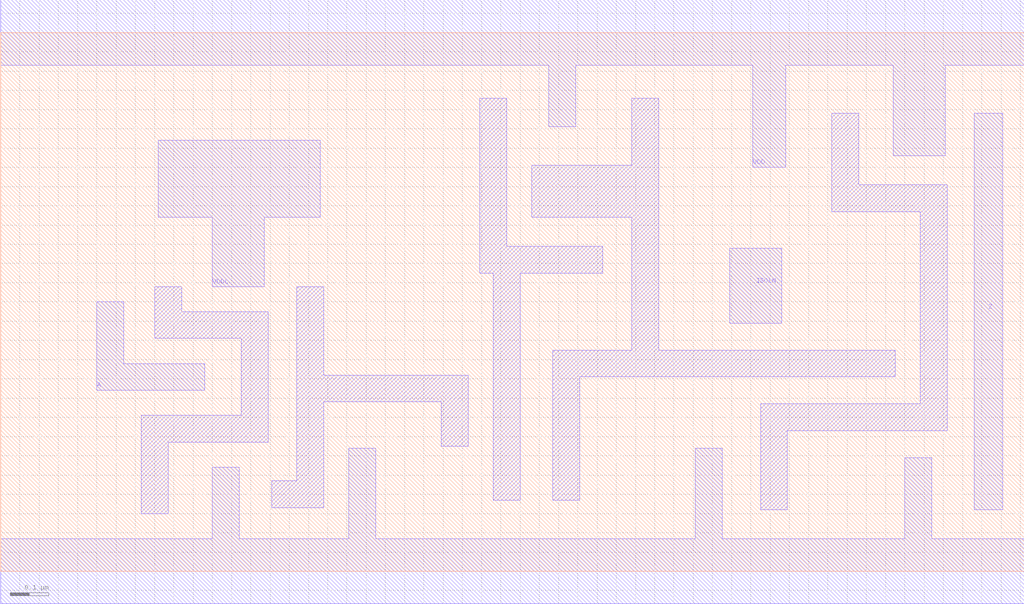
<source format=lef>
# 
# ******************************************************************************
# *                                                                            *
# *                   Copyright (C) 2004-2011, Nangate Inc.                    *
# *                           All rights reserved.                             *
# *                                                                            *
# * Nangate and the Nangate logo are trademarks of Nangate Inc.                *
# *                                                                            *
# * All trademarks, logos, software marks, and trade names (collectively the   *
# * "Marks") in this program are proprietary to Nangate or other respective    *
# * owners that have granted Nangate the right and license to use such Marks.  *
# * You are not permitted to use the Marks without the prior written consent   *
# * of Nangate or such third party that may own the Marks.                     *
# *                                                                            *
# * This file has been provided pursuant to a License Agreement containing     *
# * restrictions on its use. This file contains valuable trade secrets and     *
# * proprietary information of Nangate Inc., and is protected by U.S. and      *
# * international laws and/or treaties.                                        *
# *                                                                            *
# * The copyright notice(s) in this file does not indicate actual or intended  *
# * publication of this file.                                                  *
# *                                                                            *
# *     NGLibraryCreator, v2010.08-HR32-SP3-2010-08-05 - build 1009061800      *
# *                                                                            *
# ******************************************************************************
# 
# 
# Running on server08.nangate.com for user Giancarlo Franciscatto (gfr).
# Local time is now Thu, 6 Jan 2011, 18:10:28.
# Main process id is 3320.

VERSION 5.6 ;
BUSBITCHARS "[]" ;
DIVIDERCHAR "/" ;

UNITS
  DATABASE MICRONS 2000 ;
END UNITS

MANUFACTURINGGRID 0.0050 ;

LAYER poly
  TYPE MASTERSLICE ;
END poly

LAYER active
  TYPE MASTERSLICE ;
END active

LAYER metal1
  TYPE ROUTING ;
  SPACING 0.065 ;
  WIDTH 0.07 ;
  PITCH 0.19 0.14 ;
  DIRECTION HORIZONTAL ;
  OFFSET 0.095 0.07 ;
  RESISTANCE RPERSQ 0.38 ;
  THICKNESS 0.13 ;
  HEIGHT 0.37 ;
  CAPACITANCE CPERSQDIST 7.7161e-05 ;
  EDGECAPACITANCE 2.7365e-05 ;
END metal1

LAYER via1
  TYPE CUT ;
  SPACING 0.08 ;
  WIDTH 0.07 ;
  RESISTANCE 5 ;
END via1

LAYER metal2
  TYPE ROUTING ;
  SPACINGTABLE 
    PARALLELRUNLENGTH    0.0000     0.3000     0.9000     1.8000     2.7000     4.0000     
      WIDTH 0.0000       0.0700     0.0700     0.0700     0.0700     0.0700     0.0700     
      WIDTH 0.0900       0.0700     0.0900     0.0900     0.0900     0.0900     0.0900     
      WIDTH 0.2700       0.0700     0.0900     0.2700     0.2700     0.2700     0.2700     
      WIDTH 0.5000       0.0700     0.0900     0.2700     0.5000     0.5000     0.5000     
      WIDTH 0.9000       0.0700     0.0900     0.2700     0.5000     0.9000     0.9000     
      WIDTH 1.5000       0.0700     0.0900     0.2700     0.5000     0.9000     1.5000      ;
  WIDTH 0.07 ;
  PITCH 0.19 0.14 ;
  DIRECTION VERTICAL ;
  OFFSET 0.095 0.07 ;
  RESISTANCE RPERSQ 0.25 ;
  THICKNESS 0.14 ;
  HEIGHT 0.62 ;
  CAPACITANCE CPERSQDIST 4.0896e-05 ;
  EDGECAPACITANCE 2.5157e-05 ;
END metal2

LAYER via2
  TYPE CUT ;
  SPACING 0.09 ;
  WIDTH 0.07 ;
  RESISTANCE 5 ;
END via2

LAYER metal3
  TYPE ROUTING ;
  SPACINGTABLE 
    PARALLELRUNLENGTH    0.0000     0.3000     0.9000     1.8000     2.7000     4.0000     
      WIDTH 0.0000       0.0700     0.0700     0.0700     0.0700     0.0700     0.0700     
      WIDTH 0.0900       0.0700     0.0900     0.0900     0.0900     0.0900     0.0900     
      WIDTH 0.2700       0.0700     0.0900     0.2700     0.2700     0.2700     0.2700     
      WIDTH 0.5000       0.0700     0.0900     0.2700     0.5000     0.5000     0.5000     
      WIDTH 0.9000       0.0700     0.0900     0.2700     0.5000     0.9000     0.9000     
      WIDTH 1.5000       0.0700     0.0900     0.2700     0.5000     0.9000     1.5000      ;
  WIDTH 0.07 ;
  PITCH 0.19 0.14 ;
  DIRECTION HORIZONTAL ;
  OFFSET 0.095 0.07 ;
  RESISTANCE RPERSQ 0.25 ;
  THICKNESS 0.14 ;
  HEIGHT 0.88 ;
  CAPACITANCE CPERSQDIST 2.7745e-05 ;
  EDGECAPACITANCE 2.5157e-05 ;
END metal3

LAYER via3
  TYPE CUT ;
  SPACING 0.09 ;
  WIDTH 0.07 ;
  RESISTANCE 5 ;
END via3

LAYER metal4
  TYPE ROUTING ;
  SPACINGTABLE 
    PARALLELRUNLENGTH    0.0000     0.9000     1.8000     2.7000     4.0000     
      WIDTH 0.0000       0.1400     0.1400     0.1400     0.1400     0.1400     
      WIDTH 0.2700       0.1400     0.2700     0.2700     0.2700     0.2700     
      WIDTH 0.5000       0.1400     0.2700     0.5000     0.5000     0.5000     
      WIDTH 0.9000       0.1400     0.2700     0.5000     0.9000     0.9000     
      WIDTH 1.5000       0.1400     0.2700     0.5000     0.9000     1.5000      ;
  WIDTH 0.14 ;
  PITCH 0.28 0.28 ;
  DIRECTION VERTICAL ;
  OFFSET 0.095 0.07 ;
  RESISTANCE RPERSQ 0.21 ;
  THICKNESS 0.28 ;
  HEIGHT 1.14 ;
  CAPACITANCE CPERSQDIST 2.0743e-05 ;
  EDGECAPACITANCE 3.0908e-05 ;
END metal4

LAYER via4
  TYPE CUT ;
  SPACING 0.16 ;
  WIDTH 0.14 ;
  RESISTANCE 3 ;
END via4

LAYER metal5
  TYPE ROUTING ;
  SPACINGTABLE 
    PARALLELRUNLENGTH    0.0000     0.9000     1.8000     2.7000     4.0000     
      WIDTH 0.0000       0.1400     0.1400     0.1400     0.1400     0.1400     
      WIDTH 0.2700       0.1400     0.2700     0.2700     0.2700     0.2700     
      WIDTH 0.5000       0.1400     0.2700     0.5000     0.5000     0.5000     
      WIDTH 0.9000       0.1400     0.2700     0.5000     0.9000     0.9000     
      WIDTH 1.5000       0.1400     0.2700     0.5000     0.9000     1.5000      ;
  WIDTH 0.14 ;
  PITCH 0.28 0.28 ;
  DIRECTION HORIZONTAL ;
  OFFSET 0.095 0.07 ;
  RESISTANCE RPERSQ 0.21 ;
  THICKNESS 0.28 ;
  HEIGHT 1.71 ;
  CAPACITANCE CPERSQDIST 1.3527e-05 ;
  EDGECAPACITANCE 2.3863e-06 ;
END metal5

LAYER via5
  TYPE CUT ;
  SPACING 0.16 ;
  WIDTH 0.14 ;
  RESISTANCE 3 ;
END via5

LAYER metal6
  TYPE ROUTING ;
  SPACINGTABLE 
    PARALLELRUNLENGTH    0.0000     0.9000     1.8000     2.7000     4.0000     
      WIDTH 0.0000       0.1400     0.1400     0.1400     0.1400     0.1400     
      WIDTH 0.2700       0.1400     0.2700     0.2700     0.2700     0.2700     
      WIDTH 0.5000       0.1400     0.2700     0.5000     0.5000     0.5000     
      WIDTH 0.9000       0.1400     0.2700     0.5000     0.9000     0.9000     
      WIDTH 1.5000       0.1400     0.2700     0.5000     0.9000     1.5000      ;
  WIDTH 0.14 ;
  PITCH 0.28 0.28 ;
  DIRECTION VERTICAL ;
  OFFSET 0.095 0.07 ;
  RESISTANCE RPERSQ 0.21 ;
  THICKNESS 0.28 ;
  HEIGHT 2.28 ;
  CAPACITANCE CPERSQDIST 1.0036e-05 ;
  EDGECAPACITANCE 2.3863e-05 ;
END metal6

LAYER via6
  TYPE CUT ;
  SPACING 0.16 ;
  WIDTH 0.14 ;
  RESISTANCE 3 ;
END via6

LAYER metal7
  TYPE ROUTING ;
  SPACINGTABLE 
    PARALLELRUNLENGTH    0.0000     1.8000     2.7000     4.0000     
      WIDTH 0.0000       0.4000     0.4000     0.4000     0.4000     
      WIDTH 0.5000       0.4000     0.5000     0.5000     0.5000     
      WIDTH 0.9000       0.4000     0.5000     0.9000     0.9000     
      WIDTH 1.5000       0.4000     0.5000     0.9000     1.5000      ;
  WIDTH 0.4 ;
  PITCH 0.8 0.8 ;
  DIRECTION HORIZONTAL ;
  OFFSET 0.095 0.07 ;
  RESISTANCE RPERSQ 0.075 ;
  THICKNESS 0.8 ;
  HEIGHT 2.85 ;
  CAPACITANCE CPERSQDIST 7.9771e-06 ;
  EDGECAPACITANCE 3.2577e-05 ;
END metal7

LAYER via7
  TYPE CUT ;
  SPACING 0.44 ;
  WIDTH 0.4 ;
  RESISTANCE 1 ;
END via7

LAYER metal8
  TYPE ROUTING ;
  SPACINGTABLE 
    PARALLELRUNLENGTH    0.0000     1.8000     2.7000     4.0000     
      WIDTH 0.0000       0.4000     0.4000     0.4000     0.4000     
      WIDTH 0.5000       0.4000     0.5000     0.5000     0.5000     
      WIDTH 0.9000       0.4000     0.5000     0.9000     0.9000     
      WIDTH 1.5000       0.4000     0.5000     0.9000     1.5000      ;
  WIDTH 0.4 ;
  PITCH 0.8 0.8 ;
  DIRECTION VERTICAL ;
  OFFSET 0.095 0.07 ;
  RESISTANCE RPERSQ 0.075 ;
  THICKNESS 0.8 ;
  HEIGHT 4.47 ;
  CAPACITANCE CPERSQDIST 5.0391e-06 ;
  EDGECAPACITANCE 2.3932e-05 ;
END metal8

LAYER via8
  TYPE CUT ;
  SPACING 0.44 ;
  WIDTH 0.4 ;
  RESISTANCE 1 ;
END via8

LAYER metal9
  TYPE ROUTING ;
  SPACINGTABLE 
    PARALLELRUNLENGTH    0.0000     2.7000     4.0000     
      WIDTH 0.0000       0.8000     0.8000     0.8000     
      WIDTH 0.9000       0.8000     0.9000     0.9000     
      WIDTH 1.5000       0.8000     0.9000     1.5000      ;
  WIDTH 0.8 ;
  PITCH 1.6 1.6 ;
  DIRECTION HORIZONTAL ;
  OFFSET 0.095 0.07 ;
  RESISTANCE RPERSQ 0.03 ;
  THICKNESS 2 ;
  HEIGHT 6.09 ;
  CAPACITANCE CPERSQDIST 3.6827e-06 ;
  EDGECAPACITANCE 3.0803e-05 ;
END metal9

LAYER via9
  TYPE CUT ;
  SPACING 0.88 ;
  WIDTH 0.8 ;
  RESISTANCE 0.5 ;
END via9

LAYER metal10
  TYPE ROUTING ;
  SPACINGTABLE 
    PARALLELRUNLENGTH    0.0000     2.7000     4.0000     
      WIDTH 0.0000       0.8000     0.8000     0.8000     
      WIDTH 0.9000       0.8000     0.9000     0.9000     
      WIDTH 1.5000       0.8000     0.9000     1.5000      ;
  WIDTH 0.8 ;
  PITCH 1.6 1.6 ;
  DIRECTION VERTICAL ;
  OFFSET 0.095 0.07 ;
  RESISTANCE RPERSQ 0.03 ;
  THICKNESS 2 ;
  HEIGHT 10.09 ;
  CAPACITANCE CPERSQDIST 2.2124e-06 ;
  EDGECAPACITANCE 2.3667e-05 ;
END metal10

LAYER OVERLAP
  TYPE OVERLAP ;
END OVERLAP

VIA via1_0 DEFAULT
  LAYER via1 ;
    RECT -0.035 -0.035 0.035 0.035 ;
  LAYER metal1 ;
    RECT -0.07 -0.07 0.07 0.07 ;
  LAYER metal2 ;
    RECT -0.07 -0.07 0.07 0.07 ;
END via1_0

VIA via1_1 DEFAULT
  LAYER via1 ;
    RECT -0.035 -0.035 0.035 0.035 ;
  LAYER metal1 ;
    RECT -0.07 -0.07 0.07 0.07 ;
  LAYER metal2 ;
    RECT -0.035 -0.07 0.035 0.07 ;
END via1_1

VIA via1_2 DEFAULT
  LAYER via1 ;
    RECT -0.035 -0.035 0.035 0.035 ;
  LAYER metal1 ;
    RECT -0.07 -0.07 0.07 0.07 ;
  LAYER metal2 ;
    RECT -0.07 -0.035 0.07 0.035 ;
END via1_2

VIA via1_3 DEFAULT
  LAYER via1 ;
    RECT -0.035 -0.035 0.035 0.035 ;
  LAYER metal1 ;
    RECT -0.035 -0.07 0.035 0.07 ;
  LAYER metal2 ;
    RECT -0.07 -0.07 0.07 0.07 ;
END via1_3

VIA via1_4 DEFAULT
  LAYER via1 ;
    RECT -0.035 -0.035 0.035 0.035 ;
  LAYER metal1 ;
    RECT -0.035 -0.07 0.035 0.07 ;
  LAYER metal2 ;
    RECT -0.035 -0.07 0.035 0.07 ;
END via1_4

VIA via1_5 DEFAULT
  LAYER via1 ;
    RECT -0.035 -0.035 0.035 0.035 ;
  LAYER metal1 ;
    RECT -0.035 -0.07 0.035 0.07 ;
  LAYER metal2 ;
    RECT -0.07 -0.035 0.07 0.035 ;
END via1_5

VIA via1_6 DEFAULT
  LAYER via1 ;
    RECT -0.035 -0.035 0.035 0.035 ;
  LAYER metal1 ;
    RECT -0.07 -0.035 0.07 0.035 ;
  LAYER metal2 ;
    RECT -0.07 -0.07 0.07 0.07 ;
END via1_6

VIA via1_7 DEFAULT
  LAYER via1 ;
    RECT -0.035 -0.035 0.035 0.035 ;
  LAYER metal1 ;
    RECT -0.07 -0.035 0.07 0.035 ;
  LAYER metal2 ;
    RECT -0.035 -0.07 0.035 0.07 ;
END via1_7

VIA via1_8 DEFAULT
  LAYER via1 ;
    RECT -0.035 -0.035 0.035 0.035 ;
  LAYER metal1 ;
    RECT -0.07 -0.035 0.07 0.035 ;
  LAYER metal2 ;
    RECT -0.07 -0.035 0.07 0.035 ;
END via1_8

VIA via2_0 DEFAULT
  LAYER via2 ;
    RECT -0.035 -0.035 0.035 0.035 ;
  LAYER metal2 ;
    RECT -0.07 -0.07 0.07 0.07 ;
  LAYER metal3 ;
    RECT -0.07 -0.07 0.07 0.07 ;
END via2_0

VIA via2_1 DEFAULT
  LAYER via2 ;
    RECT -0.035 -0.035 0.035 0.035 ;
  LAYER metal2 ;
    RECT -0.07 -0.07 0.07 0.07 ;
  LAYER metal3 ;
    RECT -0.035 -0.07 0.035 0.07 ;
END via2_1

VIA via2_2 DEFAULT
  LAYER via2 ;
    RECT -0.035 -0.035 0.035 0.035 ;
  LAYER metal2 ;
    RECT -0.07 -0.07 0.07 0.07 ;
  LAYER metal3 ;
    RECT -0.07 -0.035 0.07 0.035 ;
END via2_2

VIA via2_3 DEFAULT
  LAYER via2 ;
    RECT -0.035 -0.035 0.035 0.035 ;
  LAYER metal2 ;
    RECT -0.035 -0.07 0.035 0.07 ;
  LAYER metal3 ;
    RECT -0.07 -0.07 0.07 0.07 ;
END via2_3

VIA via2_4 DEFAULT
  LAYER via2 ;
    RECT -0.035 -0.035 0.035 0.035 ;
  LAYER metal2 ;
    RECT -0.035 -0.07 0.035 0.07 ;
  LAYER metal3 ;
    RECT -0.035 -0.07 0.035 0.07 ;
END via2_4

VIA via2_5 DEFAULT
  LAYER via2 ;
    RECT -0.035 -0.035 0.035 0.035 ;
  LAYER metal2 ;
    RECT -0.035 -0.07 0.035 0.07 ;
  LAYER metal3 ;
    RECT -0.07 -0.035 0.07 0.035 ;
END via2_5

VIA via2_6 DEFAULT
  LAYER via2 ;
    RECT -0.035 -0.035 0.035 0.035 ;
  LAYER metal2 ;
    RECT -0.07 -0.035 0.07 0.035 ;
  LAYER metal3 ;
    RECT -0.07 -0.07 0.07 0.07 ;
END via2_6

VIA via2_7 DEFAULT
  LAYER via2 ;
    RECT -0.035 -0.035 0.035 0.035 ;
  LAYER metal2 ;
    RECT -0.07 -0.035 0.07 0.035 ;
  LAYER metal3 ;
    RECT -0.035 -0.07 0.035 0.07 ;
END via2_7

VIA via2_8 DEFAULT
  LAYER via2 ;
    RECT -0.035 -0.035 0.035 0.035 ;
  LAYER metal2 ;
    RECT -0.07 -0.035 0.07 0.035 ;
  LAYER metal3 ;
    RECT -0.07 -0.035 0.07 0.035 ;
END via2_8

VIA via3_0 DEFAULT
  LAYER via3 ;
    RECT -0.035 -0.035 0.035 0.035 ;
  LAYER metal3 ;
    RECT -0.07 -0.07 0.07 0.07 ;
  LAYER metal4 ;
    RECT -0.07 -0.07 0.07 0.07 ;
END via3_0

VIA via3_1 DEFAULT
  LAYER via3 ;
    RECT -0.035 -0.035 0.035 0.035 ;
  LAYER metal3 ;
    RECT -0.035 -0.07 0.035 0.07 ;
  LAYER metal4 ;
    RECT -0.07 -0.07 0.07 0.07 ;
END via3_1

VIA via3_2 DEFAULT
  LAYER via3 ;
    RECT -0.035 -0.035 0.035 0.035 ;
  LAYER metal3 ;
    RECT -0.07 -0.035 0.07 0.035 ;
  LAYER metal4 ;
    RECT -0.07 -0.07 0.07 0.07 ;
END via3_2

VIA via4_0 DEFAULT
  LAYER via4 ;
    RECT -0.07 -0.07 0.07 0.07 ;
  LAYER metal4 ;
    RECT -0.07 -0.07 0.07 0.07 ;
  LAYER metal5 ;
    RECT -0.07 -0.07 0.07 0.07 ;
END via4_0

VIA via5_0 DEFAULT
  LAYER via5 ;
    RECT -0.07 -0.07 0.07 0.07 ;
  LAYER metal5 ;
    RECT -0.07 -0.07 0.07 0.07 ;
  LAYER metal6 ;
    RECT -0.07 -0.07 0.07 0.07 ;
END via5_0

VIA via6_0 DEFAULT
  LAYER via6 ;
    RECT -0.07 -0.07 0.07 0.07 ;
  LAYER metal6 ;
    RECT -0.07 -0.07 0.07 0.07 ;
  LAYER metal7 ;
    RECT -0.2 -0.2 0.2 0.2 ;
END via6_0

VIA via7_0 DEFAULT
  LAYER via7 ;
    RECT -0.2 -0.2 0.2 0.2 ;
  LAYER metal7 ;
    RECT -0.2 -0.2 0.2 0.2 ;
  LAYER metal8 ;
    RECT -0.2 -0.2 0.2 0.2 ;
END via7_0

VIA via8_0 DEFAULT
  LAYER via8 ;
    RECT -0.2 -0.2 0.2 0.2 ;
  LAYER metal8 ;
    RECT -0.2 -0.2 0.2 0.2 ;
  LAYER metal9 ;
    RECT -0.4 -0.4 0.4 0.4 ;
END via8_0

VIA via9_0 DEFAULT
  LAYER via9 ;
    RECT -0.4 -0.4 0.4 0.4 ;
  LAYER metal9 ;
    RECT -0.4 -0.4 0.4 0.4 ;
  LAYER metal10 ;
    RECT -0.4 -0.4 0.4 0.4 ;
END via9_0

VIARULE Via1Array-0 GENERATE
  LAYER metal1 ;
    ENCLOSURE 0.035 0.035 ;
  LAYER metal2 ;
    ENCLOSURE 0.035 0.035 ;
  LAYER via1 ;
    RECT -0.035 -0.035 0.035 0.035 ;
    SPACING 0.15 BY 0.15 ;
END Via1Array-0

VIARULE Via1Array-1 GENERATE
  LAYER metal1 ;
    ENCLOSURE 0 0.035 ;
  LAYER metal2 ;
    ENCLOSURE 0 0.035 ;
  LAYER via1 ;
    RECT -0.035 -0.035 0.035 0.035 ;
    SPACING 0.15 BY 0.15 ;
END Via1Array-1

VIARULE Via1Array-2 GENERATE
  LAYER metal1 ;
    ENCLOSURE 0.035 0 ;
  LAYER metal2 ;
    ENCLOSURE 0.035 0 ;
  LAYER via1 ;
    RECT -0.035 -0.035 0.035 0.035 ;
    SPACING 0.15 BY 0.15 ;
END Via1Array-2

VIARULE Via1Array-3 GENERATE
  LAYER metal1 ;
    ENCLOSURE 0 0.035 ;
  LAYER metal2 ;
    ENCLOSURE 0.035 0 ;
  LAYER via1 ;
    RECT -0.035 -0.035 0.035 0.035 ;
    SPACING 0.15 BY 0.15 ;
END Via1Array-3

VIARULE Via1Array-4 GENERATE
  LAYER metal1 ;
    ENCLOSURE 0.035 0 ;
  LAYER metal2 ;
    ENCLOSURE 0 0.035 ;
  LAYER via1 ;
    RECT -0.035 -0.035 0.035 0.035 ;
    SPACING 0.15 BY 0.15 ;
END Via1Array-4

VIARULE Via2Array-0 GENERATE
  LAYER metal2 ;
    ENCLOSURE 0.035 0.035 ;
  LAYER metal3 ;
    ENCLOSURE 0.035 0.035 ;
  LAYER via2 ;
    RECT -0.035 -0.035 0.035 0.035 ;
    SPACING 0.16 BY 0.16 ;
END Via2Array-0

VIARULE Via2Array-1 GENERATE
  LAYER metal2 ;
    ENCLOSURE 0 0.035 ;
  LAYER metal3 ;
    ENCLOSURE 0 0.035 ;
  LAYER via2 ;
    RECT -0.035 -0.035 0.035 0.035 ;
    SPACING 0.16 BY 0.16 ;
END Via2Array-1

VIARULE Via2Array-2 GENERATE
  LAYER metal2 ;
    ENCLOSURE 0.035 0 ;
  LAYER metal3 ;
    ENCLOSURE 0.035 0 ;
  LAYER via2 ;
    RECT -0.035 -0.035 0.035 0.035 ;
    SPACING 0.16 BY 0.16 ;
END Via2Array-2

VIARULE Via2Array-3 GENERATE
  LAYER metal2 ;
    ENCLOSURE 0 0.035 ;
  LAYER metal3 ;
    ENCLOSURE 0.035 0 ;
  LAYER via2 ;
    RECT -0.035 -0.035 0.035 0.035 ;
    SPACING 0.16 BY 0.16 ;
END Via2Array-3

VIARULE Via2Array-4 GENERATE
  LAYER metal2 ;
    ENCLOSURE 0.035 0 ;
  LAYER metal3 ;
    ENCLOSURE 0 0.035 ;
  LAYER via2 ;
    RECT -0.035 -0.035 0.035 0.035 ;
    SPACING 0.16 BY 0.16 ;
END Via2Array-4

VIARULE Via3Array-0 GENERATE
  LAYER metal3 ;
    ENCLOSURE 0.035 0.035 ;
  LAYER metal4 ;
    ENCLOSURE 0.035 0.035 ;
  LAYER via3 ;
    RECT -0.035 -0.035 0.035 0.035 ;
    SPACING 0.16 BY 0.16 ;
END Via3Array-0

VIARULE Via3Array-1 GENERATE
  LAYER metal3 ;
    ENCLOSURE 0 0.035 ;
  LAYER metal4 ;
    ENCLOSURE 0.035 0.035 ;
  LAYER via3 ;
    RECT -0.035 -0.035 0.035 0.035 ;
    SPACING 0.16 BY 0.16 ;
END Via3Array-1

VIARULE Via3Array-2 GENERATE
  LAYER metal3 ;
    ENCLOSURE 0.035 0 ;
  LAYER metal4 ;
    ENCLOSURE 0.035 0.035 ;
  LAYER via3 ;
    RECT -0.035 -0.035 0.035 0.035 ;
    SPACING 0.16 BY 0.16 ;
END Via3Array-2

VIARULE Via4Array-0 GENERATE
  LAYER metal4 ;
    ENCLOSURE 0 0 ;
  LAYER metal5 ;
    ENCLOSURE 0 0 ;
  LAYER via4 ;
    RECT -0.07 -0.07 0.07 0.07 ;
    SPACING 0.3 BY 0.3 ;
END Via4Array-0

VIARULE Via5Array-0 GENERATE
  LAYER metal5 ;
    ENCLOSURE 0 0 ;
  LAYER metal6 ;
    ENCLOSURE 0 0 ;
  LAYER via5 ;
    RECT -0.07 -0.07 0.07 0.07 ;
    SPACING 0.3 BY 0.3 ;
END Via5Array-0

VIARULE Via6Array-0 GENERATE
  LAYER metal6 ;
    ENCLOSURE 0 0 ;
  LAYER metal7 ;
    ENCLOSURE 0.13 0.13 ;
  LAYER via6 ;
    RECT -0.07 -0.07 0.07 0.07 ;
    SPACING 0.3 BY 0.3 ;
END Via6Array-0

VIARULE Via7Array-0 GENERATE
  LAYER metal7 ;
    ENCLOSURE 0 0 ;
  LAYER metal8 ;
    ENCLOSURE 0 0 ;
  LAYER via7 ;
    RECT -0.2 -0.2 0.2 0.2 ;
    SPACING 0.84 BY 0.84 ;
END Via7Array-0

VIARULE Via8Array-0 GENERATE
  LAYER metal8 ;
    ENCLOSURE 0 0 ;
  LAYER metal9 ;
    ENCLOSURE 0.2 0.2 ;
  LAYER via8 ;
    RECT -0.2 -0.2 0.2 0.2 ;
    SPACING 0.84 BY 0.84 ;
END Via8Array-0

VIARULE Via9Array-0 GENERATE
  LAYER metal10 ;
    ENCLOSURE 0 0 ;
  LAYER metal9 ;
    ENCLOSURE 0 0 ;
  LAYER via9 ;
    RECT -0.4 -0.4 0.4 0.4 ;
    SPACING 1.68 BY 1.68 ;
END Via9Array-0

SPACING
  SAMENET metal1 metal1 0.065 ;
  SAMENET metal2 metal2 0.07 ;
  SAMENET metal3 metal3 0.07 ;
  SAMENET metal4 metal4 0.14 ;
  SAMENET metal5 metal5 0.14 ;
  SAMENET metal6 metal6 0.14 ;
  SAMENET metal7 metal7 0.4 ;
  SAMENET metal8 metal8 0.4 ;
  SAMENET metal9 metal9 0.8 ;
  SAMENET metal10 metal10 0.8 ;
  SAMENET via1 via1 0.08 ;
  SAMENET via2 via2 0.09 ;
  SAMENET via3 via3 0.09 ;
  SAMENET via4 via4 0.16 ;
  SAMENET via5 via5 0.16 ;
  SAMENET via6 via6 0.16 ;
  SAMENET via7 via7 0.44 ;
  SAMENET via8 via8 0.44 ;
  SAMENET via9 via9 0.88 ;
  SAMENET via1 via2 0.0 STACK ;
  SAMENET via2 via3 0.0 STACK ;
  SAMENET via3 via4 0.0 STACK ;
  SAMENET via4 via5 0.0 STACK ;
  SAMENET via5 via6 0.0 STACK ;
  SAMENET via6 via7 0.0 STACK ;
  SAMENET via7 via8 0.0 STACK ;
  SAMENET via8 via9 0.0 STACK ;
END SPACING

SITE FreePDK45_38x28_10R_NP_162NW_34O
  SYMMETRY y ;
  CLASS core ;
  SIZE 0.19 BY 1.4 ;
END FreePDK45_38x28_10R_NP_162NW_34O

SITE NCSU_FreePDK_45nm
  SYMMETRY y ;
  CLASS core ;
  SIZE 0.19 BY 1.4 ;
END NCSU_FreePDK_45nm

MACRO AON_BUF_X1
  CLASS core ;
  FOREIGN AON_BUF_X1 0.0 0.0 ;
  ORIGIN 0 0 ;
  SYMMETRY X Y ;
  SITE FreePDK45_38x28_10R_NP_162NW_34O ;
  SIZE 1.33 BY 1.4 ;
  PIN A
    DIRECTION INPUT ;
    ANTENNAPARTIALMETALAREA 0.0378 LAYER metal1 ;
    ANTENNAPARTIALMETALSIDEAREA 0.1586 LAYER metal1 ;
    ANTENNAGATEAREA 0.011 ;
    PORT
      LAYER metal1 ;
        POLYGON 0.25 0.28 0.32 0.28 0.32 0.455 0.615 0.455 0.615 0.525 0.25 0.525  ;
    END
  END A
  PIN Z
    DIRECTION OUTPUT ;
    ANTENNAPARTIALMETALAREA 0.04445 LAYER metal1 ;
    ANTENNAPARTIALMETALSIDEAREA 0.1833 LAYER metal1 ;
    ANTENNADIFFAREA 0.0242 ;
    PORT
      LAYER metal1 ;
        POLYGON 0.82 0.155 0.89 0.155 0.89 0.79 0.82 0.79  ;
    END
  END Z
  PIN VDD
    DIRECTION INOUT ;
    USE power ;
    SHAPE ABUTMENT ;
    PORT
      LAYER metal1 ;
        POLYGON 0 1.315 0.755 1.315 1.33 1.315 1.33 1.485 0.755 1.485 0 1.485  ;
    END
  END VDD
  PIN VDDBAK
    DIRECTION INOUT ;
    USE power ;
    SHAPE ABUTMENT ;
    PORT
      LAYER metal1 ;
        POLYGON 0.385 0.92 0.595 0.92 0.595 0.735 0.73 0.735 0.73 0.92 0.755 0.92 0.94 0.92 0.94 1.12 0.755 1.12 0.385 1.12  ;
    END
  END VDDBAK
  PIN VSS
    DIRECTION INOUT ;
    USE ground ;
    SHAPE ABUTMENT ;
    PORT
      LAYER metal1 ;
        POLYGON 0 -0.085 1.33 -0.085 1.33 0.085 0.73 0.085 0.73 0.25 0.595 0.25 0.595 0.085 0 0.085  ;
    END
  END VSS
  OBS
      LAYER metal1 ;
        POLYGON 0.44 0.595 0.685 0.595 0.685 0.385 0.44 0.385 0.44 0.155 0.51 0.155 0.51 0.315 0.755 0.315 0.755 0.665 0.51 0.665 0.51 0.79 0.44 0.79  ;
  END
END AON_BUF_X1

MACRO AON_BUF_X2
  CLASS core ;
  FOREIGN AON_BUF_X2 0.0 0.0 ;
  ORIGIN 0 0 ;
  SYMMETRY X Y ;
  SITE FreePDK45_38x28_10R_NP_162NW_34O ;
  SIZE 1.33 BY 1.4 ;
  PIN A
    DIRECTION INPUT ;
    ANTENNAPARTIALMETALAREA 0.0133 LAYER metal1 ;
    ANTENNAPARTIALMETALSIDEAREA 0.0611 LAYER metal1 ;
    ANTENNAGATEAREA 0.011 ;
    PORT
      LAYER metal1 ;
        POLYGON 0.25 0.42 0.345 0.42 0.345 0.56 0.25 0.56  ;
    END
  END A
  PIN Z
    DIRECTION OUTPUT ;
    ANTENNAPARTIALMETALAREA 0.0427 LAYER metal1 ;
    ANTENNAPARTIALMETALSIDEAREA 0.1768 LAYER metal1 ;
    ANTENNADIFFAREA 0.04725 ;
    PORT
      LAYER metal1 ;
        POLYGON 0.82 0.215 0.89 0.215 0.89 0.825 0.82 0.825  ;
    END
  END Z
  PIN VDD
    DIRECTION INOUT ;
    USE power ;
    SHAPE ABUTMENT ;
    PORT
      LAYER metal1 ;
        POLYGON 0 1.315 0.755 1.315 1.33 1.315 1.33 1.485 0.755 1.485 0 1.485  ;
    END
  END VDD
  PIN VDDBAK
    DIRECTION INOUT ;
    USE power ;
    SHAPE ABUTMENT ;
    PORT
      LAYER metal1 ;
        POLYGON 0.375 0.92 0.625 0.92 0.625 0.69 0.695 0.69 0.695 0.92 0.755 0.92 0.925 0.92 0.925 1.12 0.755 1.12 0.375 1.12  ;
    END
  END VDDBAK
  PIN VSS
    DIRECTION INOUT ;
    USE ground ;
    SHAPE ABUTMENT ;
    PORT
      LAYER metal1 ;
        POLYGON 0 -0.085 1.33 -0.085 1.33 0.085 0.72 0.085 0.72 0.24 0.585 0.24 0.585 0.085 0 0.085  ;
    END
  END VSS
  OBS
      LAYER metal1 ;
        POLYGON 0.41 0.155 0.48 0.155 0.48 0.46 0.755 0.46 0.755 0.595 0.48 0.595 0.48 0.79 0.41 0.79  ;
  END
END AON_BUF_X2

MACRO AON_BUF_X4
  CLASS core ;
  FOREIGN AON_BUF_X4 0.0 0.0 ;
  ORIGIN 0 0 ;
  SYMMETRY X Y ;
  SITE FreePDK45_38x28_10R_NP_162NW_34O ;
  SIZE 1.52 BY 1.4 ;
  PIN A
    DIRECTION INPUT ;
    ANTENNAPARTIALMETALAREA 0.0343 LAYER metal1 ;
    ANTENNAPARTIALMETALSIDEAREA 0.1417 LAYER metal1 ;
    ANTENNAGATEAREA 0.011 ;
    PORT
      LAYER metal1 ;
        POLYGON 0.25 0.42 0.335 0.42 0.335 0.49 0.655 0.49 0.655 0.56 0.25 0.56  ;
    END
  END A
  PIN Z
    DIRECTION OUTPUT ;
    ANTENNAPARTIALMETALAREA 0.06125 LAYER metal1 ;
    ANTENNAPARTIALMETALSIDEAREA 0.208 LAYER metal1 ;
    ANTENNADIFFAREA 0.063 ;
    PORT
      LAYER metal1 ;
        POLYGON 0.865 0.215 0.935 0.215 0.935 0.42 1.08 0.42 1.08 0.56 0.935 0.56 0.935 0.8 0.865 0.8  ;
    END
  END Z
  PIN VDD
    DIRECTION INOUT ;
    USE power ;
    SHAPE ABUTMENT ;
    PORT
      LAYER metal1 ;
        POLYGON 0 1.315 0.8 1.315 1.52 1.315 1.52 1.485 0.8 1.485 0 1.485  ;
    END
  END VDD
  PIN VDDBAK
    DIRECTION INOUT ;
    USE power ;
    SHAPE ABUTMENT ;
    PORT
      LAYER metal1 ;
        POLYGON 0.37 0.92 0.675 0.92 0.675 0.81 0.745 0.81 0.745 0.92 0.8 0.92 1.055 0.92 1.055 0.665 1.125 0.665 1.125 1.12 0.8 1.12 0.37 1.12  ;
    END
  END VDDBAK
  PIN VSS
    DIRECTION INOUT ;
    USE ground ;
    SHAPE ABUTMENT ;
    PORT
      LAYER metal1 ;
        POLYGON 0 -0.085 1.52 -0.085 1.52 0.085 1.125 0.085 1.125 0.28 1.055 0.28 1.055 0.085 0.78 0.085 0.78 0.24 0.645 0.24 0.645 0.085 0 0.085  ;
    END
  END VSS
  OBS
      LAYER metal1 ;
        POLYGON 0.44 0.665 0.73 0.665 0.73 0.375 0.47 0.375 0.47 0.155 0.54 0.155 0.54 0.305 0.8 0.305 0.8 0.735 0.44 0.735  ;
  END
END AON_BUF_X4

MACRO AON_INV_X1
  CLASS core ;
  FOREIGN AON_INV_X1 0.0 0.0 ;
  ORIGIN 0 0 ;
  SYMMETRY X Y ;
  SITE FreePDK45_38x28_10R_NP_162NW_34O ;
  SIZE 1.14 BY 1.4 ;
  PIN A
    DIRECTION INPUT ;
    ANTENNAPARTIALMETALAREA 0.0168 LAYER metal1 ;
    ANTENNAPARTIALMETALSIDEAREA 0.0676 LAYER metal1 ;
    ANTENNAGATEAREA 0.011 ;
    PORT
      LAYER metal1 ;
        POLYGON 0.44 0.42 0.56 0.42 0.56 0.56 0.44 0.56  ;
    END
  END A
  PIN Z
    DIRECTION OUTPUT ;
    ANTENNAPARTIALMETALAREA 0.04375 LAYER metal1 ;
    ANTENNAPARTIALMETALSIDEAREA 0.1807 LAYER metal1 ;
    ANTENNADIFFAREA 0.0231 ;
    PORT
      LAYER metal1 ;
        POLYGON 0.63 0.17 0.7 0.17 0.7 0.795 0.63 0.795  ;
    END
  END Z
  PIN VDD
    DIRECTION INOUT ;
    USE power ;
    SHAPE ABUTMENT ;
    PORT
      LAYER metal1 ;
        POLYGON 0 1.315 1.14 1.315 1.14 1.485 0 1.485  ;
    END
  END VDD
  PIN VDDBAK
    DIRECTION INOUT ;
    USE power ;
    SHAPE ABUTMENT ;
    PORT
      LAYER metal1 ;
        POLYGON 0.4 0.92 0.44 0.92 0.44 0.69 0.51 0.69 0.51 0.92 0.74 0.92 0.74 1.12 0.4 1.12  ;
    END
  END VDDBAK
  PIN VSS
    DIRECTION INOUT ;
    USE ground ;
    SHAPE ABUTMENT ;
    PORT
      LAYER metal1 ;
        POLYGON 0 -0.085 1.14 -0.085 1.14 0.085 0.51 0.085 0.51 0.3 0.44 0.3 0.44 0.085 0 0.085  ;
    END
  END VSS
END AON_INV_X1

MACRO AON_INV_X2
  CLASS core ;
  FOREIGN AON_INV_X2 0.0 0.0 ;
  ORIGIN 0 0 ;
  SYMMETRY X Y ;
  SITE FreePDK45_38x28_10R_NP_162NW_34O ;
  SIZE 1.14 BY 1.4 ;
  PIN A
    DIRECTION INPUT ;
    ANTENNAPARTIALMETALAREA 0.01875 LAYER metal1 ;
    ANTENNAPARTIALMETALSIDEAREA 0.0715 LAYER metal1 ;
    ANTENNAGATEAREA 0.0225 ;
    PORT
      LAYER metal1 ;
        POLYGON 0.44 0.28 0.565 0.28 0.565 0.43 0.44 0.43  ;
    END
  END A
  PIN Z
    DIRECTION OUTPUT ;
    ANTENNAPARTIALMETALAREA 0.0434 LAYER metal1 ;
    ANTENNAPARTIALMETALSIDEAREA 0.1794 LAYER metal1 ;
    ANTENNADIFFAREA 0.04725 ;
    PORT
      LAYER metal1 ;
        POLYGON 0.63 0.165 0.7 0.165 0.7 0.785 0.63 0.785  ;
    END
  END Z
  PIN VDD
    DIRECTION INOUT ;
    USE power ;
    SHAPE ABUTMENT ;
    PORT
      LAYER metal1 ;
        POLYGON 0 1.315 1.14 1.315 1.14 1.485 0 1.485  ;
    END
  END VDD
  PIN VDDBAK
    DIRECTION INOUT ;
    USE power ;
    SHAPE ABUTMENT ;
    PORT
      LAYER metal1 ;
        POLYGON 0.395 0.92 0.445 0.92 0.445 0.55 0.515 0.55 0.515 0.92 0.745 0.92 0.745 1.12 0.395 1.12  ;
    END
  END VDDBAK
  PIN VSS
    DIRECTION INOUT ;
    USE ground ;
    SHAPE ABUTMENT ;
    PORT
      LAYER metal1 ;
        POLYGON 0 -0.085 1.14 -0.085 1.14 0.085 0.545 0.085 0.545 0.175 0.41 0.175 0.41 0.085 0 0.085  ;
    END
  END VSS
END AON_INV_X2

MACRO AON_INV_X4
  CLASS core ;
  FOREIGN AON_INV_X4 0.0 0.0 ;
  ORIGIN 0 0 ;
  SYMMETRY X Y ;
  SITE FreePDK45_38x28_10R_NP_162NW_34O ;
  SIZE 1.33 BY 1.4 ;
  PIN A
    DIRECTION INPUT ;
    ANTENNAPARTIALMETALAREA 0.019375 LAYER metal1 ;
    ANTENNAPARTIALMETALSIDEAREA 0.0728 LAYER metal1 ;
    ANTENNAGATEAREA 0.045 ;
    PORT
      LAYER metal1 ;
        POLYGON 0.44 0.28 0.565 0.28 0.565 0.435 0.44 0.435  ;
    END
  END A
  PIN Z
    DIRECTION OUTPUT ;
    ANTENNAPARTIALMETALAREA 0.04375 LAYER metal1 ;
    ANTENNAPARTIALMETALSIDEAREA 0.1807 LAYER metal1 ;
    ANTENNADIFFAREA 0.06525 ;
    PORT
      LAYER metal1 ;
        POLYGON 0.63 0.165 0.7 0.165 0.7 0.79 0.63 0.79  ;
    END
  END Z
  PIN VDD
    DIRECTION INOUT ;
    USE power ;
    SHAPE ABUTMENT ;
    PORT
      LAYER metal1 ;
        POLYGON 0 1.315 1.33 1.315 1.33 1.485 0 1.485  ;
    END
  END VDD
  PIN VDDBAK
    DIRECTION INOUT ;
    USE power ;
    SHAPE ABUTMENT ;
    PORT
      LAYER metal1 ;
        POLYGON 0.38 0.92 0.435 0.92 0.435 0.565 0.505 0.565 0.505 0.92 0.82 0.92 0.82 0.565 0.89 0.565 0.89 0.92 0.95 0.92 0.95 1.12 0.38 1.12  ;
    END
  END VDDBAK
  PIN VSS
    DIRECTION INOUT ;
    USE ground ;
    SHAPE ABUTMENT ;
    PORT
      LAYER metal1 ;
        POLYGON 0 -0.085 1.33 -0.085 1.33 0.085 0.89 0.085 0.89 0.21 0.82 0.21 0.82 0.085 0.505 0.085 0.505 0.21 0.435 0.21 0.435 0.085 0 0.085  ;
    END
  END VSS
END AON_INV_X4

MACRO HEADER_OE_X1
  CLASS core ;
  FOREIGN HEADER_OE_X1 0.0 0.0 ;
  ORIGIN 0 0 ;
  SYMMETRY X Y ;
  SITE FreePDK45_38x28_10R_NP_162NW_34O ;
  SIZE 0.95 BY 1.4 ;
  PIN SLEEP
    DIRECTION INPUT ;
    ANTENNAPARTIALMETALAREA 0.0595 LAYER metal1 ;
    ANTENNAPARTIALMETALSIDEAREA 0.1469 LAYER metal1 ;
    ANTENNAGATEAREA 0.018 ;
    PORT
      LAYER metal1 ;
        POLYGON 0.15 0.56 0.575 0.56 0.575 0.7 0.15 0.7  ;
    END
  END SLEEP
  PIN SLEEPOUT
    DIRECTION OUTPUT ;
    ANTENNAPARTIALMETALAREA 0.0595 LAYER metal1 ;
    ANTENNAPARTIALMETALSIDEAREA 0.2392 LAYER metal1 ;
    ANTENNADIFFAREA 0.027 ;
    PORT
      LAYER metal1 ;
        POLYGON 0.82 0.18 0.89 0.18 0.89 1.03 0.82 1.03  ;
    END
  END SLEEPOUT
  PIN VDD
    DIRECTION INOUT ;
    USE power ;
    SHAPE ABUTMENT ;
    PORT
      LAYER metal1 ;
        POLYGON 0 1.315 0.045 1.315 0.045 1.115 0.115 1.115 0.115 1.315 0.58 1.315 0.58 0.99 0.715 0.99 0.715 1.315 0.75 1.315 0.95 1.315 0.95 1.485 0.75 1.485 0 1.485  ;
    END
  END VDD
  PIN VSS
    DIRECTION INOUT ;
    USE ground ;
    SHAPE ABUTMENT ;
    PORT
      LAYER metal1 ;
        POLYGON 0 -0.085 0.95 -0.085 0.95 0.085 0.715 0.085 0.715 0.265 0.58 0.265 0.58 0.085 0 0.085  ;
    END
  END VSS
  PIN VVDD
    DIRECTION INOUT ;
    USE power ;
    SHAPE ABUTMENT ;
    PORT
      LAYER metal1 ;
        POLYGON 0.23 0.84 0.32 0.84 0.32 1.19 0.23 1.19  ;
    END
  END VVDD
  OBS
      LAYER metal1 ;
        POLYGON 0.425 0.835 0.68 0.835 0.68 0.45 0.425 0.45 0.425 0.18 0.495 0.18 0.495 0.38 0.75 0.38 0.75 0.905 0.495 0.905 0.495 1.03 0.425 1.03  ;
  END
END HEADER_OE_X1

MACRO HEADER_OE_X2
  CLASS core ;
  FOREIGN HEADER_OE_X2 0.0 0.0 ;
  ORIGIN 0 0 ;
  SYMMETRY X Y ;
  SITE FreePDK45_38x28_10R_NP_162NW_34O ;
  SIZE 0.95 BY 1.4 ;
  PIN SLEEP
    DIRECTION INPUT ;
    ANTENNAPARTIALMETALAREA 0.0567 LAYER metal1 ;
    ANTENNAPARTIALMETALSIDEAREA 0.1417 LAYER metal1 ;
    ANTENNAGATEAREA 0.02475 ;
    PORT
      LAYER metal1 ;
        POLYGON 0.15 0.56 0.555 0.56 0.555 0.7 0.15 0.7  ;
    END
  END SLEEP
  PIN SLEEPOUT
    DIRECTION OUTPUT ;
    ANTENNAPARTIALMETALAREA 0.096425 LAYER metal1 ;
    ANTENNAPARTIALMETALSIDEAREA 0.2886 LAYER metal1 ;
    ANTENNADIFFAREA 0.05175 ;
    PORT
      LAYER metal1 ;
        POLYGON 0.795 0.165 0.89 0.165 0.89 1.18 0.795 1.18  ;
    END
  END SLEEPOUT
  PIN VDD
    DIRECTION INOUT ;
    USE power ;
    SHAPE ABUTMENT ;
    PORT
      LAYER metal1 ;
        POLYGON 0 1.315 0.04 1.315 0.04 0.96 0.11 0.96 0.11 1.315 0.595 1.315 0.595 1.1 0.665 1.1 0.665 1.315 0.725 1.315 0.95 1.315 0.95 1.485 0.725 1.485 0 1.485  ;
    END
  END VDD
  PIN VSS
    DIRECTION INOUT ;
    USE ground ;
    SHAPE ABUTMENT ;
    PORT
      LAYER metal1 ;
        POLYGON 0 -0.085 0.95 -0.085 0.95 0.085 0.665 0.085 0.665 0.285 0.595 0.285 0.595 0.085 0 0.085  ;
    END
  END VSS
  PIN VVDD
    DIRECTION INOUT ;
    USE power ;
    SHAPE ABUTMENT ;
    PORT
      LAYER metal1 ;
        POLYGON 0.23 0.84 0.32 0.84 0.32 1.18 0.23 1.18  ;
    END
  END VVDD
  OBS
      LAYER metal1 ;
        POLYGON 0.41 0.84 0.655 0.84 0.655 0.425 0.41 0.425 0.41 0.165 0.48 0.165 0.48 0.355 0.725 0.355 0.725 0.91 0.48 0.91 0.48 1.175 0.41 1.175  ;
  END
END HEADER_OE_X2

MACRO HEADER_OE_X4
  CLASS core ;
  FOREIGN HEADER_OE_X4 0.0 0.0 ;
  ORIGIN 0 0 ;
  SYMMETRY X Y ;
  SITE FreePDK45_38x28_10R_NP_162NW_34O ;
  SIZE 0.95 BY 1.4 ;
  PIN SLEEP
    DIRECTION INPUT ;
    ANTENNAPARTIALMETALAREA 0.0466 LAYER metal1 ;
    ANTENNAPARTIALMETALSIDEAREA 0.1742 LAYER metal1 ;
    ANTENNAGATEAREA 0.03825 ;
    PORT
      LAYER metal1 ;
        POLYGON 0.06 0.42 0.13 0.42 0.13 0.48 0.59 0.48 0.59 0.56 0.06 0.56  ;
    END
  END SLEEP
  PIN SLEEPOUT
    DIRECTION OUTPUT ;
    ANTENNAPARTIALMETALAREA 0.06885 LAYER metal1 ;
    ANTENNAPARTIALMETALSIDEAREA 0.2223 LAYER metal1 ;
    ANTENNADIFFAREA 0.1035 ;
    PORT
      LAYER metal1 ;
        POLYGON 0.8 0.25 0.89 0.25 0.89 1.015 0.8 1.015  ;
    END
  END SLEEPOUT
  PIN VDD
    DIRECTION INOUT ;
    USE power ;
    SHAPE ABUTMENT ;
    PORT
      LAYER metal1 ;
        POLYGON 0 1.315 0.045 1.315 0.045 0.985 0.115 0.985 0.115 1.315 0.57 1.315 0.57 0.8 0.705 0.8 0.705 1.315 0.73 1.315 0.95 1.315 0.95 1.485 0.73 1.485 0 1.485  ;
    END
  END VDD
  PIN VSS
    DIRECTION INOUT ;
    USE ground ;
    SHAPE ABUTMENT ;
    PORT
      LAYER metal1 ;
        POLYGON 0 -0.085 0.95 -0.085 0.95 0.085 0.67 0.085 0.67 0.24 0.6 0.24 0.6 0.085 0 0.085  ;
    END
  END VSS
  PIN VVDD
    DIRECTION INOUT ;
    USE power ;
    SHAPE ABUTMENT ;
    PORT
      LAYER metal1 ;
        POLYGON 0.23 0.7 0.32 0.7 0.32 1.03 0.23 1.03  ;
    END
  END VVDD
  OBS
      LAYER metal1 ;
        POLYGON 0.405 0.66 0.66 0.66 0.66 0.395 0.38 0.395 0.38 0.155 0.515 0.155 0.515 0.325 0.73 0.325 0.73 0.73 0.475 0.73 0.475 0.85 0.405 0.85  ;
  END
END HEADER_OE_X4

MACRO HEADER_X1
  CLASS core ;
  FOREIGN HEADER_X1 0.0 0.0 ;
  ORIGIN 0 0 ;
  SYMMETRY X Y ;
  SITE FreePDK45_38x28_10R_NP_162NW_34O ;
  SIZE 0.38 BY 1.4 ;
  PIN SLEEP
    DIRECTION INPUT ;
    ANTENNAPARTIALMETALAREA 0.025625 LAYER metal1 ;
    ANTENNAPARTIALMETALSIDEAREA 0.0858 LAYER metal1 ;
    ANTENNAGATEAREA 0.00675 ;
    PORT
      LAYER metal1 ;
        POLYGON 0.06 0.56 0.185 0.56 0.185 0.765 0.06 0.765  ;
    END
  END SLEEP
  PIN VDD
    DIRECTION INOUT ;
    USE power ;
    SHAPE ABUTMENT ;
    PORT
      LAYER metal1 ;
        POLYGON 0 1.315 0.04 1.315 0.04 1.005 0.11 1.005 0.11 1.315 0.38 1.315 0.38 1.485 0 1.485  ;
    END
  END VDD
  PIN VSS
    DIRECTION INOUT ;
    USE ground ;
    SHAPE ABUTMENT ;
    PORT
      LAYER metal1 ;
        POLYGON 0 -0.085 0.38 -0.085 0.38 0.085 0 0.085  ;
    END
  END VSS
  PIN VVDD
    DIRECTION INOUT ;
    USE power ;
    SHAPE ABUTMENT ;
    PORT
      LAYER metal1 ;
        POLYGON 0.23 0.84 0.32 0.84 0.32 1.12 0.23 1.12  ;
    END
  END VVDD
END HEADER_X1

MACRO HEADER_X2
  CLASS core ;
  FOREIGN HEADER_X2 0.0 0.0 ;
  ORIGIN 0 0 ;
  SYMMETRY X Y ;
  SITE FreePDK45_38x28_10R_NP_162NW_34O ;
  SIZE 0.38 BY 1.4 ;
  PIN SLEEP
    DIRECTION INPUT ;
    ANTENNAPARTIALMETALAREA 0.025625 LAYER metal1 ;
    ANTENNAPARTIALMETALSIDEAREA 0.0858 LAYER metal1 ;
    ANTENNAGATEAREA 0.0135 ;
    PORT
      LAYER metal1 ;
        POLYGON 0.06 0.56 0.185 0.56 0.185 0.765 0.06 0.765  ;
    END
  END SLEEP
  PIN VDD
    DIRECTION INOUT ;
    USE power ;
    SHAPE ABUTMENT ;
    PORT
      LAYER metal1 ;
        POLYGON 0 1.315 0.04 1.315 0.04 0.96 0.11 0.96 0.11 1.315 0.38 1.315 0.38 1.485 0 1.485  ;
    END
  END VDD
  PIN VSS
    DIRECTION INOUT ;
    USE ground ;
    SHAPE ABUTMENT ;
    PORT
      LAYER metal1 ;
        POLYGON 0 -0.085 0.38 -0.085 0.38 0.085 0 0.085  ;
    END
  END VSS
  PIN VVDD
    DIRECTION INOUT ;
    USE power ;
    SHAPE ABUTMENT ;
    PORT
      LAYER metal1 ;
        POLYGON 0.23 0.84 0.32 0.84 0.32 1.18 0.23 1.18  ;
    END
  END VVDD
END HEADER_X2

MACRO HEADER_X4
  CLASS core ;
  FOREIGN HEADER_X4 0.0 0.0 ;
  ORIGIN 0 0 ;
  SYMMETRY X Y ;
  SITE FreePDK45_38x28_10R_NP_162NW_34O ;
  SIZE 0.38 BY 1.4 ;
  PIN SLEEP
    DIRECTION INPUT ;
    ANTENNAPARTIALMETALAREA 0.025625 LAYER metal1 ;
    ANTENNAPARTIALMETALSIDEAREA 0.0858 LAYER metal1 ;
    ANTENNAGATEAREA 0.027 ;
    PORT
      LAYER metal1 ;
        POLYGON 0.06 0.28 0.185 0.28 0.185 0.485 0.06 0.485  ;
    END
  END SLEEP
  PIN VDD
    DIRECTION INOUT ;
    USE power ;
    SHAPE ABUTMENT ;
    PORT
      LAYER metal1 ;
        POLYGON 0 1.315 0.04 1.315 0.04 0.985 0.11 0.985 0.11 1.315 0.38 1.315 0.38 1.485 0 1.485  ;
    END
  END VDD
  PIN VSS
    DIRECTION INOUT ;
    USE ground ;
    SHAPE ABUTMENT ;
    PORT
      LAYER metal1 ;
        POLYGON 0 -0.085 0.38 -0.085 0.38 0.085 0 0.085  ;
    END
  END VSS
  PIN VVDD
    DIRECTION INOUT ;
    USE power ;
    SHAPE ABUTMENT ;
    PORT
      LAYER metal1 ;
        POLYGON 0.23 0.56 0.32 0.56 0.32 1.12 0.23 1.12  ;
    END
  END VVDD
END HEADER_X4

MACRO ISO_FENCE0N_X1
  CLASS core ;
  FOREIGN ISO_FENCE0N_X1 0.0 0.0 ;
  ORIGIN 0 0 ;
  SYMMETRY X Y ;
  SITE FreePDK45_38x28_10R_NP_162NW_34O ;
  SIZE 0.76 BY 1.4 ;
  PIN A
    DIRECTION INPUT ;
    ANTENNAPARTIALMETALAREA 0.02 LAYER metal1 ;
    ANTENNAPARTIALMETALSIDEAREA 0.0741 LAYER metal1 ;
    ANTENNAGATEAREA 0.01925 ;
    PORT
      LAYER metal1 ;
        POLYGON 0.06 0.56 0.185 0.56 0.185 0.72 0.06 0.72  ;
    END
  END A
  PIN EN
    DIRECTION INPUT ;
    ANTENNAPARTIALMETALAREA 0.0182 LAYER metal1 ;
    ANTENNAPARTIALMETALSIDEAREA 0.0702 LAYER metal1 ;
    ANTENNAGATEAREA 0.01925 ;
    PORT
      LAYER metal1 ;
        POLYGON 0.25 0.42 0.38 0.42 0.38 0.56 0.25 0.56  ;
    END
  END EN
  PIN Z
    DIRECTION OUTPUT ;
    ANTENNAPARTIALMETALAREA 0.0891 LAYER metal1 ;
    ANTENNAPARTIALMETALSIDEAREA 0.2808 LAYER metal1 ;
    ANTENNADIFFAREA 0.0378 ;
    PORT
      LAYER metal1 ;
        POLYGON 0.61 0.165 0.7 0.165 0.7 1.155 0.61 1.155  ;
    END
  END Z
  PIN VDD
    DIRECTION INOUT ;
    USE power ;
    SHAPE ABUTMENT ;
    PORT
      LAYER metal1 ;
        POLYGON 0 1.315 0.04 1.315 0.04 1.06 0.11 1.06 0.11 1.315 0.415 1.315 0.415 1.06 0.485 1.06 0.485 1.315 0.54 1.315 0.76 1.315 0.76 1.485 0.54 1.485 0 1.485  ;
    END
  END VDD
  PIN VSS
    DIRECTION INOUT ;
    USE ground ;
    SHAPE ABUTMENT ;
    PORT
      LAYER metal1 ;
        POLYGON 0 -0.085 0.76 -0.085 0.76 0.085 0.485 0.085 0.485 0.22 0.415 0.22 0.415 0.085 0 0.085  ;
    END
  END VSS
  OBS
      LAYER metal1 ;
        POLYGON 0.235 0.845 0.47 0.845 0.47 0.355 0.045 0.355 0.045 0.19 0.115 0.19 0.115 0.285 0.54 0.285 0.54 0.915 0.305 0.915 0.305 1.065 0.235 1.065  ;
  END
END ISO_FENCE0N_X1

MACRO ISO_FENCE0N_X2
  CLASS core ;
  FOREIGN ISO_FENCE0N_X2 0.0 0.0 ;
  ORIGIN 0 0 ;
  SYMMETRY X Y ;
  SITE FreePDK45_38x28_10R_NP_162NW_34O ;
  SIZE 0.76 BY 1.4 ;
  PIN A
    DIRECTION INPUT ;
    ANTENNAPARTIALMETALAREA 0.0175 LAYER metal1 ;
    ANTENNAPARTIALMETALSIDEAREA 0.0689 LAYER metal1 ;
    ANTENNAGATEAREA 0.01925 ;
    PORT
      LAYER metal1 ;
        POLYGON 0.06 0.42 0.185 0.42 0.185 0.56 0.06 0.56  ;
    END
  END A
  PIN EN
    DIRECTION INPUT ;
    ANTENNAPARTIALMETALAREA 0.0182 LAYER metal1 ;
    ANTENNAPARTIALMETALSIDEAREA 0.0702 LAYER metal1 ;
    ANTENNAGATEAREA 0.01925 ;
    PORT
      LAYER metal1 ;
        POLYGON 0.25 0.42 0.38 0.42 0.38 0.56 0.25 0.56  ;
    END
  END EN
  PIN Z
    DIRECTION OUTPUT ;
    ANTENNAPARTIALMETALAREA 0.07065 LAYER metal1 ;
    ANTENNAPARTIALMETALSIDEAREA 0.2275 LAYER metal1 ;
    ANTENNADIFFAREA 0.0756 ;
    PORT
      LAYER metal1 ;
        POLYGON 0.61 0.175 0.7 0.175 0.7 0.96 0.61 0.96  ;
    END
  END Z
  PIN VDD
    DIRECTION INOUT ;
    USE power ;
    SHAPE ABUTMENT ;
    PORT
      LAYER metal1 ;
        POLYGON 0 1.315 0.04 1.315 0.04 0.99 0.11 0.99 0.11 1.315 0.415 1.315 0.415 0.99 0.485 0.99 0.485 1.315 0.54 1.315 0.76 1.315 0.76 1.485 0.54 1.485 0 1.485  ;
    END
  END VDD
  PIN VSS
    DIRECTION INOUT ;
    USE ground ;
    SHAPE ABUTMENT ;
    PORT
      LAYER metal1 ;
        POLYGON 0 -0.085 0.76 -0.085 0.76 0.085 0.485 0.085 0.485 0.22 0.415 0.22 0.415 0.085 0 0.085  ;
    END
  END VSS
  OBS
      LAYER metal1 ;
        POLYGON 0.235 0.725 0.47 0.725 0.47 0.355 0.045 0.355 0.045 0.19 0.115 0.19 0.115 0.285 0.54 0.285 0.54 0.795 0.305 0.795 0.305 0.995 0.235 0.995  ;
  END
END ISO_FENCE0N_X2

MACRO ISO_FENCE0N_X4
  CLASS core ;
  FOREIGN ISO_FENCE0N_X4 0.0 0.0 ;
  ORIGIN 0 0 ;
  SYMMETRY X Y ;
  SITE FreePDK45_38x28_10R_NP_162NW_34O ;
  SIZE 0.95 BY 1.4 ;
  PIN A
    DIRECTION INPUT ;
    ANTENNAPARTIALMETALAREA 0.0175 LAYER metal1 ;
    ANTENNAPARTIALMETALSIDEAREA 0.0689 LAYER metal1 ;
    ANTENNAGATEAREA 0.0365 ;
    PORT
      LAYER metal1 ;
        POLYGON 0.06 0.56 0.185 0.56 0.185 0.7 0.06 0.7  ;
    END
  END A
  PIN EN
    DIRECTION INPUT ;
    ANTENNAPARTIALMETALAREA 0.0217 LAYER metal1 ;
    ANTENNAPARTIALMETALSIDEAREA 0.0767 LAYER metal1 ;
    ANTENNAGATEAREA 0.0365 ;
    PORT
      LAYER metal1 ;
        POLYGON 0.25 0.56 0.405 0.56 0.405 0.7 0.25 0.7  ;
    END
  END EN
  PIN Z
    DIRECTION OUTPUT ;
    ANTENNAPARTIALMETALAREA 0.0658 LAYER metal1 ;
    ANTENNAPARTIALMETALSIDEAREA 0.2626 LAYER metal1 ;
    ANTENNADIFFAREA 0.1008 ;
    PORT
      LAYER metal1 ;
        POLYGON 0.63 0.15 0.7 0.15 0.7 1.09 0.63 1.09  ;
    END
  END Z
  PIN VDD
    DIRECTION INOUT ;
    USE power ;
    SHAPE ABUTMENT ;
    PORT
      LAYER metal1 ;
        POLYGON 0 1.315 0.065 1.315 0.065 0.96 0.135 0.96 0.135 1.315 0.44 1.315 0.44 0.96 0.51 0.96 0.51 1.315 0.56 1.315 0.82 1.315 0.82 0.985 0.89 0.985 0.89 1.315 0.95 1.315 0.95 1.485 0.56 1.485 0 1.485  ;
    END
  END VDD
  PIN VSS
    DIRECTION INOUT ;
    USE ground ;
    SHAPE ABUTMENT ;
    PORT
      LAYER metal1 ;
        POLYGON 0 -0.085 0.95 -0.085 0.95 0.085 0.89 0.085 0.89 0.34 0.82 0.34 0.82 0.085 0.51 0.085 0.51 0.2 0.44 0.2 0.44 0.085 0 0.085  ;
    END
  END VSS
  OBS
      LAYER metal1 ;
        POLYGON 0.26 0.825 0.49 0.825 0.49 0.355 0.035 0.355 0.035 0.285 0.56 0.285 0.56 0.895 0.33 0.895 0.33 1.1 0.26 1.1  ;
  END
END ISO_FENCE0N_X4

MACRO ISO_FENCE0_X1
  CLASS core ;
  FOREIGN ISO_FENCE0_X1 0.0 0.0 ;
  ORIGIN 0 0 ;
  SYMMETRY X Y ;
  SITE FreePDK45_38x28_10R_NP_162NW_34O ;
  SIZE 0.57 BY 1.4 ;
  PIN A
    DIRECTION INPUT ;
    ANTENNAPARTIALMETALAREA 0.014 LAYER metal1 ;
    ANTENNAPARTIALMETALSIDEAREA 0.0624 LAYER metal1 ;
    ANTENNAGATEAREA 0.02025 ;
    PORT
      LAYER metal1 ;
        POLYGON 0.25 0.7 0.35 0.7 0.35 0.84 0.25 0.84  ;
    END
  END A
  PIN EN
    DIRECTION INPUT ;
    ANTENNAPARTIALMETALAREA 0.0175 LAYER metal1 ;
    ANTENNAPARTIALMETALSIDEAREA 0.0689 LAYER metal1 ;
    ANTENNAGATEAREA 0.02025 ;
    PORT
      LAYER metal1 ;
        POLYGON 0.06 0.7 0.185 0.7 0.185 0.84 0.06 0.84  ;
    END
  END EN
  PIN Z
    DIRECTION OUTPUT ;
    ANTENNAPARTIALMETALAREA 0.086725 LAYER metal1 ;
    ANTENNAPARTIALMETALSIDEAREA 0.3133 LAYER metal1 ;
    ANTENNADIFFAREA 0.04795 ;
    PORT
      LAYER metal1 ;
        POLYGON 0.235 0.2 0.32 0.2 0.32 0.49 0.495 0.49 0.495 1.145 0.42 1.145 0.42 0.56 0.235 0.56  ;
    END
  END Z
  PIN VDD
    DIRECTION INOUT ;
    USE power ;
    SHAPE ABUTMENT ;
    PORT
      LAYER metal1 ;
        POLYGON 0 1.315 0.04 1.315 0.04 1.185 0.11 1.185 0.11 1.315 0.57 1.315 0.57 1.485 0 1.485  ;
    END
  END VDD
  PIN VSS
    DIRECTION INOUT ;
    USE ground ;
    SHAPE ABUTMENT ;
    PORT
      LAYER metal1 ;
        POLYGON 0 -0.085 0.57 -0.085 0.57 0.085 0.485 0.085 0.485 0.255 0.415 0.255 0.415 0.085 0.11 0.085 0.11 0.255 0.04 0.255 0.04 0.085 0 0.085  ;
    END
  END VSS
END ISO_FENCE0_X1

MACRO ISO_FENCE0_X2
  CLASS core ;
  FOREIGN ISO_FENCE0_X2 0.0 0.0 ;
  ORIGIN 0 0 ;
  SYMMETRY X Y ;
  SITE FreePDK45_38x28_10R_NP_162NW_34O ;
  SIZE 0.57 BY 1.4 ;
  PIN A
    DIRECTION INPUT ;
    ANTENNAPARTIALMETALAREA 0.0133 LAYER metal1 ;
    ANTENNAPARTIALMETALSIDEAREA 0.0611 LAYER metal1 ;
    ANTENNAGATEAREA 0.0405 ;
    PORT
      LAYER metal1 ;
        POLYGON 0.26 0.56 0.355 0.56 0.355 0.7 0.26 0.7  ;
    END
  END A
  PIN EN
    DIRECTION INPUT ;
    ANTENNAPARTIALMETALAREA 0.0182 LAYER metal1 ;
    ANTENNAPARTIALMETALSIDEAREA 0.0702 LAYER metal1 ;
    ANTENNAGATEAREA 0.0405 ;
    PORT
      LAYER metal1 ;
        POLYGON 0.06 0.56 0.19 0.56 0.19 0.7 0.06 0.7  ;
    END
  END EN
  PIN Z
    DIRECTION OUTPUT ;
    ANTENNAPARTIALMETALAREA 0.08585 LAYER metal1 ;
    ANTENNAPARTIALMETALSIDEAREA 0.2977 LAYER metal1 ;
    ANTENNADIFFAREA 0.095725 ;
    PORT
      LAYER metal1 ;
        POLYGON 0.23 0.15 0.3 0.15 0.3 0.415 0.51 0.415 0.51 1.015 0.42 1.015 0.42 0.485 0.23 0.485  ;
    END
  END Z
  PIN VDD
    DIRECTION INOUT ;
    USE power ;
    SHAPE ABUTMENT ;
    PORT
      LAYER metal1 ;
        POLYGON 0 1.315 0.04 1.315 0.04 1.03 0.11 1.03 0.11 1.315 0.57 1.315 0.57 1.485 0 1.485  ;
    END
  END VDD
  PIN VSS
    DIRECTION INOUT ;
    USE ground ;
    SHAPE ABUTMENT ;
    PORT
      LAYER metal1 ;
        POLYGON 0 -0.085 0.57 -0.085 0.57 0.085 0.485 0.085 0.485 0.335 0.415 0.335 0.415 0.085 0.11 0.085 0.11 0.335 0.04 0.335 0.04 0.085 0 0.085  ;
    END
  END VSS
END ISO_FENCE0_X2

MACRO ISO_FENCE0_X4
  CLASS core ;
  FOREIGN ISO_FENCE0_X4 0.0 0.0 ;
  ORIGIN 0 0 ;
  SYMMETRY X Y ;
  SITE FreePDK45_38x28_10R_NP_162NW_34O ;
  SIZE 0.95 BY 1.4 ;
  PIN A
    DIRECTION INPUT ;
    ANTENNAPARTIALMETALAREA 0.0204 LAYER metal1 ;
    ANTENNAPARTIALMETALSIDEAREA 0.0754 LAYER metal1 ;
    ANTENNAGATEAREA 0.081 ;
    PORT
      LAYER metal1 ;
        POLYGON 0.58 0.42 0.7 0.42 0.7 0.59 0.58 0.59  ;
    END
  END A
  PIN EN
    DIRECTION INPUT ;
    ANTENNAPARTIALMETALAREA 0.12215 LAYER metal1 ;
    ANTENNAPARTIALMETALSIDEAREA 0.416 LAYER metal1 ;
    ANTENNAGATEAREA 0.081 ;
    PORT
      LAYER metal1 ;
        POLYGON 0.06 0.56 0.18 0.56 0.18 0.98 0.735 0.98 0.735 0.65 0.84 0.65 0.84 1.05 0.11 1.05 0.11 0.7 0.06 0.7  ;
    END
  END EN
  PIN Z
    DIRECTION OUTPUT ;
    ANTENNAPARTIALMETALAREA 0.077325 LAYER metal1 ;
    ANTENNAPARTIALMETALSIDEAREA 0.2951 LAYER metal1 ;
    ANTENNADIFFAREA 0.1561 ;
    PORT
      LAYER metal1 ;
        POLYGON 0.215 0.285 0.725 0.285 0.725 0.355 0.51 0.355 0.51 0.91 0.435 0.91 0.435 0.355 0.215 0.355  ;
    END
  END Z
  PIN VDD
    DIRECTION INOUT ;
    USE power ;
    SHAPE ABUTMENT ;
    PORT
      LAYER metal1 ;
        POLYGON 0 1.315 0.055 1.315 0.055 1.18 0.125 1.18 0.125 1.315 0.815 1.315 0.815 1.18 0.885 1.18 0.885 1.315 0.95 1.315 0.95 1.485 0 1.485  ;
    END
  END VDD
  PIN VSS
    DIRECTION INOUT ;
    USE ground ;
    SHAPE ABUTMENT ;
    PORT
      LAYER metal1 ;
        POLYGON 0 -0.085 0.95 -0.085 0.95 0.085 0.88 0.085 0.88 0.36 0.81 0.36 0.81 0.085 0.5 0.085 0.5 0.22 0.43 0.22 0.43 0.085 0.125 0.085 0.125 0.36 0.055 0.36 0.055 0.085 0 0.085  ;
    END
  END VSS
END ISO_FENCE0_X4

MACRO ISO_FENCE1N_X1
  CLASS core ;
  FOREIGN ISO_FENCE1N_X1 0.0 0.0 ;
  ORIGIN 0 0 ;
  SYMMETRY X Y ;
  SITE FreePDK45_38x28_10R_NP_162NW_34O ;
  SIZE 0.57 BY 1.4 ;
  PIN A
    DIRECTION INPUT ;
    ANTENNAPARTIALMETALAREA 0.0147 LAYER metal1 ;
    ANTENNAPARTIALMETALSIDEAREA 0.0637 LAYER metal1 ;
    ANTENNAGATEAREA 0.01925 ;
    PORT
      LAYER metal1 ;
        POLYGON 0.25 0.42 0.355 0.42 0.355 0.56 0.25 0.56  ;
    END
  END A
  PIN EN
    DIRECTION INPUT ;
    ANTENNAPARTIALMETALAREA 0.0175 LAYER metal1 ;
    ANTENNAPARTIALMETALSIDEAREA 0.0689 LAYER metal1 ;
    ANTENNAGATEAREA 0.01925 ;
    PORT
      LAYER metal1 ;
        POLYGON 0.06 0.42 0.185 0.42 0.185 0.56 0.06 0.56  ;
    END
  END EN
  PIN Z
    DIRECTION OUTPUT ;
    ANTENNAPARTIALMETALAREA 0.0922 LAYER metal1 ;
    ANTENNAPARTIALMETALSIDEAREA 0.3224 LAYER metal1 ;
    ANTENNADIFFAREA 0.0476 ;
    PORT
      LAYER metal1 ;
        POLYGON 0.235 0.7 0.42 0.7 0.42 0.185 0.51 0.185 0.51 0.77 0.305 0.77 0.305 1.15 0.235 1.15  ;
    END
  END Z
  PIN VDD
    DIRECTION INOUT ;
    USE power ;
    SHAPE ABUTMENT ;
    PORT
      LAYER metal1 ;
        POLYGON 0 1.315 0.04 1.315 0.04 1.145 0.11 1.145 0.11 1.315 0.415 1.315 0.415 1.145 0.485 1.145 0.485 1.315 0.57 1.315 0.57 1.485 0 1.485  ;
    END
  END VDD
  PIN VSS
    DIRECTION INOUT ;
    USE ground ;
    SHAPE ABUTMENT ;
    PORT
      LAYER metal1 ;
        POLYGON 0 -0.085 0.57 -0.085 0.57 0.085 0.11 0.085 0.11 0.215 0.04 0.215 0.04 0.085 0 0.085  ;
    END
  END VSS
END ISO_FENCE1N_X1

MACRO ISO_FENCE1N_X2
  CLASS core ;
  FOREIGN ISO_FENCE1N_X2 0.0 0.0 ;
  ORIGIN 0 0 ;
  SYMMETRY X Y ;
  SITE FreePDK45_38x28_10R_NP_162NW_34O ;
  SIZE 0.57 BY 1.4 ;
  PIN A
    DIRECTION INPUT ;
    ANTENNAPARTIALMETALAREA 0.0147 LAYER metal1 ;
    ANTENNAPARTIALMETALSIDEAREA 0.0637 LAYER metal1 ;
    ANTENNAGATEAREA 0.03875 ;
    PORT
      LAYER metal1 ;
        POLYGON 0.25 0.56 0.355 0.56 0.355 0.7 0.25 0.7  ;
    END
  END A
  PIN EN
    DIRECTION INPUT ;
    ANTENNAPARTIALMETALAREA 0.0175 LAYER metal1 ;
    ANTENNAPARTIALMETALSIDEAREA 0.0689 LAYER metal1 ;
    ANTENNAGATEAREA 0.03875 ;
    PORT
      LAYER metal1 ;
        POLYGON 0.06 0.56 0.185 0.56 0.185 0.7 0.06 0.7  ;
    END
  END EN
  PIN Z
    DIRECTION OUTPUT ;
    ANTENNAPARTIALMETALAREA 0.08895 LAYER metal1 ;
    ANTENNAPARTIALMETALSIDEAREA 0.3081 LAYER metal1 ;
    ANTENNADIFFAREA 0.0959 ;
    PORT
      LAYER metal1 ;
        POLYGON 0.23 0.77 0.42 0.77 0.42 0.225 0.51 0.225 0.51 0.84 0.3 0.84 0.3 1.13 0.23 1.13  ;
    END
  END Z
  PIN VDD
    DIRECTION INOUT ;
    USE power ;
    SHAPE ABUTMENT ;
    PORT
      LAYER metal1 ;
        POLYGON 0 1.315 0.04 1.315 0.04 1.015 0.11 1.015 0.11 1.315 0.42 1.315 0.42 1.015 0.49 1.015 0.49 1.315 0.57 1.315 0.57 1.485 0 1.485  ;
    END
  END VDD
  PIN VSS
    DIRECTION INOUT ;
    USE ground ;
    SHAPE ABUTMENT ;
    PORT
      LAYER metal1 ;
        POLYGON 0 -0.085 0.57 -0.085 0.57 0.085 0.11 0.085 0.11 0.355 0.04 0.355 0.04 0.085 0 0.085  ;
    END
  END VSS
END ISO_FENCE1N_X2

MACRO ISO_FENCE1N_X4
  CLASS core ;
  FOREIGN ISO_FENCE1N_X4 0.0 0.0 ;
  ORIGIN 0 0 ;
  SYMMETRY X Y ;
  SITE FreePDK45_38x28_10R_NP_162NW_34O ;
  SIZE 0.95 BY 1.4 ;
  PIN A
    DIRECTION INPUT ;
    ANTENNAPARTIALMETALAREA 0.0189 LAYER metal1 ;
    ANTENNAPARTIALMETALSIDEAREA 0.0715 LAYER metal1 ;
    ANTENNAGATEAREA 0.0775 ;
    PORT
      LAYER metal1 ;
        POLYGON 0.405 0.7 0.54 0.7 0.54 0.84 0.405 0.84  ;
    END
  END A
  PIN EN
    DIRECTION INPUT ;
    ANTENNAPARTIALMETALAREA 0.09125 LAYER metal1 ;
    ANTENNAPARTIALMETALSIDEAREA 0.2886 LAYER metal1 ;
    ANTENNAGATEAREA 0.0775 ;
    PORT
      LAYER metal1 ;
        POLYGON 0.16 0.7 0.32 0.7 0.32 0.905 0.705 0.905 0.705 0.685 0.775 0.685 0.775 0.975 0.16 0.975  ;
    END
  END EN
  PIN Z
    DIRECTION OUTPUT ;
    ANTENNAPARTIALMETALAREA 0.12985 LAYER metal1 ;
    ANTENNAPARTIALMETALSIDEAREA 0.5005 LAYER metal1 ;
    ANTENNADIFFAREA 0.1666 ;
    PORT
      LAYER metal1 ;
        POLYGON 0.215 1.04 0.84 1.04 0.84 0.61 0.44 0.61 0.44 0.28 0.51 0.28 0.51 0.54 0.91 0.54 0.91 1.11 0.215 1.11  ;
    END
  END Z
  PIN VDD
    DIRECTION INOUT ;
    USE power ;
    SHAPE ABUTMENT ;
    PORT
      LAYER metal1 ;
        POLYGON 0 1.315 0.055 1.315 0.055 1.035 0.125 1.035 0.125 1.315 0.43 1.315 0.43 1.175 0.5 1.175 0.5 1.315 0.81 1.315 0.81 1.175 0.88 1.175 0.88 1.315 0.95 1.315 0.95 1.485 0 1.485  ;
    END
  END VDD
  PIN VSS
    DIRECTION INOUT ;
    USE ground ;
    SHAPE ABUTMENT ;
    PORT
      LAYER metal1 ;
        POLYGON 0 -0.085 0.95 -0.085 0.95 0.085 0.88 0.085 0.88 0.41 0.81 0.41 0.81 0.085 0.125 0.085 0.125 0.41 0.055 0.41 0.055 0.085 0 0.085  ;
    END
  END VSS
END ISO_FENCE1N_X4

MACRO ISO_FENCE1_X1
  CLASS core ;
  FOREIGN ISO_FENCE1_X1 0.0 0.0 ;
  ORIGIN 0 0 ;
  SYMMETRY X Y ;
  SITE FreePDK45_38x28_10R_NP_162NW_34O ;
  SIZE 0.76 BY 1.4 ;
  PIN A
    DIRECTION INPUT ;
    ANTENNAPARTIALMETALAREA 0.0154 LAYER metal1 ;
    ANTENNAPARTIALMETALSIDEAREA 0.065 LAYER metal1 ;
    ANTENNAGATEAREA 0.02025 ;
    PORT
      LAYER metal1 ;
        POLYGON 0.06 0.42 0.17 0.42 0.17 0.56 0.06 0.56  ;
    END
  END A
  PIN EN
    DIRECTION INPUT ;
    ANTENNAPARTIALMETALAREA 0.0182 LAYER metal1 ;
    ANTENNAPARTIALMETALSIDEAREA 0.0702 LAYER metal1 ;
    ANTENNAGATEAREA 0.02025 ;
    PORT
      LAYER metal1 ;
        POLYGON 0.25 0.56 0.38 0.56 0.38 0.7 0.25 0.7  ;
    END
  END EN
  PIN Z
    DIRECTION OUTPUT ;
    ANTENNAPARTIALMETALAREA 0.0738 LAYER metal1 ;
    ANTENNAPARTIALMETALSIDEAREA 0.2366 LAYER metal1 ;
    ANTENNADIFFAREA 0.0378 ;
    PORT
      LAYER metal1 ;
        POLYGON 0.61 0.19 0.7 0.19 0.7 1.01 0.61 1.01  ;
    END
  END Z
  PIN VDD
    DIRECTION INOUT ;
    USE power ;
    SHAPE ABUTMENT ;
    PORT
      LAYER metal1 ;
        POLYGON 0 1.315 0.415 1.315 0.415 1.005 0.485 1.005 0.485 1.315 0.54 1.315 0.76 1.315 0.76 1.485 0.54 1.485 0 1.485  ;
    END
  END VDD
  PIN VSS
    DIRECTION INOUT ;
    USE ground ;
    SHAPE ABUTMENT ;
    PORT
      LAYER metal1 ;
        POLYGON 0 -0.085 0.76 -0.085 0.76 0.085 0.485 0.085 0.485 0.245 0.415 0.245 0.415 0.085 0.11 0.085 0.11 0.245 0.04 0.245 0.04 0.085 0 0.085  ;
    END
  END VSS
  OBS
      LAYER metal1 ;
        POLYGON 0.045 0.82 0.47 0.82 0.47 0.42 0.235 0.42 0.235 0.17 0.305 0.17 0.305 0.35 0.54 0.35 0.54 0.89 0.115 0.89 0.115 1.15 0.045 1.15  ;
  END
END ISO_FENCE1_X1

MACRO ISO_FENCE1_X2
  CLASS core ;
  FOREIGN ISO_FENCE1_X2 0.0 0.0 ;
  ORIGIN 0 0 ;
  SYMMETRY X Y ;
  SITE FreePDK45_38x28_10R_NP_162NW_34O ;
  SIZE 0.76 BY 1.4 ;
  PIN A
    DIRECTION INPUT ;
    ANTENNAPARTIALMETALAREA 0.0175 LAYER metal1 ;
    ANTENNAPARTIALMETALSIDEAREA 0.0689 LAYER metal1 ;
    ANTENNAGATEAREA 0.02025 ;
    PORT
      LAYER metal1 ;
        POLYGON 0.06 0.56 0.185 0.56 0.185 0.7 0.06 0.7  ;
    END
  END A
  PIN EN
    DIRECTION INPUT ;
    ANTENNAPARTIALMETALAREA 0.0217 LAYER metal1 ;
    ANTENNAPARTIALMETALSIDEAREA 0.0767 LAYER metal1 ;
    ANTENNAGATEAREA 0.02025 ;
    PORT
      LAYER metal1 ;
        POLYGON 0.25 0.7 0.405 0.7 0.405 0.84 0.25 0.84  ;
    END
  END EN
  PIN Z
    DIRECTION OUTPUT ;
    ANTENNAPARTIALMETALAREA 0.056 LAYER metal1 ;
    ANTENNAPARTIALMETALSIDEAREA 0.2262 LAYER metal1 ;
    ANTENNADIFFAREA 0.0756 ;
    PORT
      LAYER metal1 ;
        POLYGON 0.63 0.28 0.7 0.28 0.7 1.08 0.63 1.08  ;
    END
  END Z
  PIN VDD
    DIRECTION INOUT ;
    USE power ;
    SHAPE ABUTMENT ;
    PORT
      LAYER metal1 ;
        POLYGON 0 1.315 0.44 1.315 0.44 1.145 0.51 1.145 0.51 1.315 0.565 1.315 0.76 1.315 0.76 1.485 0.565 1.485 0 1.485  ;
    END
  END VDD
  PIN VSS
    DIRECTION INOUT ;
    USE ground ;
    SHAPE ABUTMENT ;
    PORT
      LAYER metal1 ;
        POLYGON 0 -0.085 0.76 -0.085 0.76 0.085 0.51 0.085 0.51 0.325 0.44 0.325 0.44 0.085 0.14 0.085 0.14 0.325 0.07 0.325 0.07 0.085 0 0.085  ;
    END
  END VSS
  OBS
      LAYER metal1 ;
        POLYGON 0.035 1.01 0.495 1.01 0.495 0.505 0.26 0.505 0.26 0.225 0.33 0.225 0.33 0.435 0.565 0.435 0.565 1.08 0.035 1.08  ;
  END
END ISO_FENCE1_X2

MACRO ISO_FENCE1_X4
  CLASS core ;
  FOREIGN ISO_FENCE1_X4 0.0 0.0 ;
  ORIGIN 0 0 ;
  SYMMETRY X Y ;
  SITE FreePDK45_38x28_10R_NP_162NW_34O ;
  SIZE 0.95 BY 1.4 ;
  PIN A
    DIRECTION INPUT ;
    ANTENNAPARTIALMETALAREA 0.0175 LAYER metal1 ;
    ANTENNAPARTIALMETALSIDEAREA 0.0689 LAYER metal1 ;
    ANTENNAGATEAREA 0.037 ;
    PORT
      LAYER metal1 ;
        POLYGON 0.06 0.42 0.185 0.42 0.185 0.56 0.06 0.56  ;
    END
  END A
  PIN EN
    DIRECTION INPUT ;
    ANTENNAPARTIALMETALAREA 0.0182 LAYER metal1 ;
    ANTENNAPARTIALMETALSIDEAREA 0.0702 LAYER metal1 ;
    ANTENNAGATEAREA 0.037 ;
    PORT
      LAYER metal1 ;
        POLYGON 0.25 0.42 0.38 0.42 0.38 0.56 0.25 0.56  ;
    END
  END EN
  PIN Z
    DIRECTION OUTPUT ;
    ANTENNAPARTIALMETALAREA 0.08685 LAYER metal1 ;
    ANTENNAPARTIALMETALSIDEAREA 0.2743 LAYER metal1 ;
    ANTENNADIFFAREA 0.1008 ;
    PORT
      LAYER metal1 ;
        POLYGON 0.615 0.15 0.705 0.15 0.705 1.115 0.615 1.115  ;
    END
  END Z
  PIN VDD
    DIRECTION INOUT ;
    USE power ;
    SHAPE ABUTMENT ;
    PORT
      LAYER metal1 ;
        POLYGON 0 1.315 0.415 1.315 0.415 0.995 0.485 0.995 0.485 1.315 0.545 1.315 0.795 1.315 0.795 0.995 0.865 0.995 0.865 1.315 0.95 1.315 0.95 1.485 0.545 1.485 0 1.485  ;
    END
  END VDD
  PIN VSS
    DIRECTION INOUT ;
    USE ground ;
    SHAPE ABUTMENT ;
    PORT
      LAYER metal1 ;
        POLYGON 0 -0.085 0.95 -0.085 0.95 0.085 0.865 0.085 0.865 0.355 0.795 0.355 0.795 0.085 0.485 0.085 0.485 0.215 0.415 0.215 0.415 0.085 0.11 0.085 0.11 0.355 0.04 0.355 0.04 0.085 0 0.085  ;
    END
  END VSS
  OBS
      LAYER metal1 ;
        POLYGON 0.045 0.72 0.475 0.72 0.475 0.355 0.2 0.355 0.2 0.285 0.545 0.285 0.545 0.79 0.115 0.79 0.115 1.08 0.045 1.08  ;
  END
END ISO_FENCE1_X4

MACRO LS_HLEN_X1
  CLASS core ;
  FOREIGN LS_HLEN_X1 0.0 0.0 ;
  ORIGIN 0 0 ;
  SYMMETRY X Y ;
  SITE NCSU_FreePDK_45nm ;
  SIZE 0.76 BY 1.4 ;
  PIN A
    DIRECTION INPUT ;
    ANTENNAPARTIALMETALAREA 0.0175 LAYER metal1 ;
    ANTENNAPARTIALMETALSIDEAREA 0.0689 LAYER metal1 ;
    ANTENNAGATEAREA 0.01925 ;
    PORT
      LAYER metal1 ;
        POLYGON 0.06 0.56 0.185 0.56 0.185 0.7 0.06 0.7  ;
    END
  END A
  PIN ISOLN
    DIRECTION INPUT ;
    ANTENNAPARTIALMETALAREA 0.0182 LAYER metal1 ;
    ANTENNAPARTIALMETALSIDEAREA 0.0702 LAYER metal1 ;
    ANTENNAGATEAREA 0.01925 ;
    PORT
      LAYER metal1 ;
        POLYGON 0.25 0.42 0.38 0.42 0.38 0.56 0.25 0.56  ;
    END
  END ISOLN
  PIN Z
    DIRECTION OUTPUT ;
    ANTENNAPARTIALMETALAREA 0.07515 LAYER metal1 ;
    ANTENNAPARTIALMETALSIDEAREA 0.2405 LAYER metal1 ;
    ANTENNADIFFAREA 0.0378 ;
    PORT
      LAYER metal1 ;
        POLYGON 0.61 0.165 0.7 0.165 0.7 1 0.61 1  ;
    END
  END Z
  PIN VDDL
    DIRECTION INOUT ;
    USE power ;
    SHAPE ABUTMENT ;
    PORT
      LAYER metal1 ;
        POLYGON 0 1.315 0.04 1.315 0.04 0.905 0.11 0.905 0.11 1.315 0.415 1.315 0.415 0.905 0.485 0.905 0.485 1.315 0.54 1.315 0.76 1.315 0.76 1.485 0.54 1.485 0 1.485  ;
    END
  END VDDL
  PIN VSS
    DIRECTION INOUT ;
    USE ground ;
    SHAPE ABUTMENT ;
    PORT
      LAYER metal1 ;
        POLYGON 0 -0.085 0.76 -0.085 0.76 0.085 0.485 0.085 0.485 0.22 0.415 0.22 0.415 0.085 0 0.085  ;
    END
  END VSS
  OBS
      LAYER metal1 ;
        POLYGON 0.235 0.77 0.47 0.77 0.47 0.355 0.045 0.355 0.045 0.19 0.115 0.19 0.115 0.285 0.54 0.285 0.54 0.84 0.305 0.84 0.305 0.95 0.235 0.95  ;
  END
END LS_HLEN_X1

MACRO LS_HLEN_X2
  CLASS core ;
  FOREIGN LS_HLEN_X2 0.0 0.0 ;
  ORIGIN 0 0 ;
  SYMMETRY X Y ;
  SITE NCSU_FreePDK_45nm ;
  SIZE 0.76 BY 1.4 ;
  PIN A
    DIRECTION INPUT ;
    ANTENNAPARTIALMETALAREA 0.0175 LAYER metal1 ;
    ANTENNAPARTIALMETALSIDEAREA 0.0689 LAYER metal1 ;
    ANTENNAGATEAREA 0.01925 ;
    PORT
      LAYER metal1 ;
        POLYGON 0.06 0.42 0.185 0.42 0.185 0.56 0.06 0.56  ;
    END
  END A
  PIN ISOLN
    DIRECTION INPUT ;
    ANTENNAPARTIALMETALAREA 0.0182 LAYER metal1 ;
    ANTENNAPARTIALMETALSIDEAREA 0.0702 LAYER metal1 ;
    ANTENNAGATEAREA 0.01925 ;
    PORT
      LAYER metal1 ;
        POLYGON 0.25 0.42 0.38 0.42 0.38 0.56 0.25 0.56  ;
    END
  END ISOLN
  PIN Z
    DIRECTION OUTPUT ;
    ANTENNAPARTIALMETALAREA 0.07065 LAYER metal1 ;
    ANTENNAPARTIALMETALSIDEAREA 0.2275 LAYER metal1 ;
    ANTENNADIFFAREA 0.0756 ;
    PORT
      LAYER metal1 ;
        POLYGON 0.61 0.175 0.7 0.175 0.7 0.96 0.61 0.96  ;
    END
  END Z
  PIN VDDL
    DIRECTION INOUT ;
    USE power ;
    SHAPE ABUTMENT ;
    PORT
      LAYER metal1 ;
        POLYGON 0 1.315 0.04 1.315 0.04 0.99 0.11 0.99 0.11 1.315 0.415 1.315 0.415 0.99 0.485 0.99 0.485 1.315 0.54 1.315 0.76 1.315 0.76 1.485 0.54 1.485 0 1.485  ;
    END
  END VDDL
  PIN VSS
    DIRECTION INOUT ;
    USE ground ;
    SHAPE ABUTMENT ;
    PORT
      LAYER metal1 ;
        POLYGON 0 -0.085 0.76 -0.085 0.76 0.085 0.485 0.085 0.485 0.22 0.415 0.22 0.415 0.085 0 0.085  ;
    END
  END VSS
  OBS
      LAYER metal1 ;
        POLYGON 0.235 0.63 0.47 0.63 0.47 0.355 0.045 0.355 0.045 0.19 0.115 0.19 0.115 0.285 0.54 0.285 0.54 0.7 0.305 0.7 0.305 0.995 0.235 0.995  ;
  END
END LS_HLEN_X2

MACRO LS_HLEN_X4
  CLASS core ;
  FOREIGN LS_HLEN_X4 0.0 0.0 ;
  ORIGIN 0 0 ;
  SYMMETRY X Y ;
  SITE NCSU_FreePDK_45nm ;
  SIZE 0.95 BY 1.4 ;
  PIN A
    DIRECTION INPUT ;
    ANTENNAPARTIALMETALAREA 0.02125 LAYER metal1 ;
    ANTENNAPARTIALMETALSIDEAREA 0.0767 LAYER metal1 ;
    ANTENNAGATEAREA 0.0365 ;
    PORT
      LAYER metal1 ;
        POLYGON 0.06 0.42 0.185 0.42 0.185 0.59 0.06 0.59  ;
    END
  END A
  PIN ISOLN
    DIRECTION INPUT ;
    ANTENNAPARTIALMETALAREA 0.02635 LAYER metal1 ;
    ANTENNAPARTIALMETALSIDEAREA 0.0845 LAYER metal1 ;
    ANTENNAGATEAREA 0.0365 ;
    PORT
      LAYER metal1 ;
        POLYGON 0.25 0.42 0.405 0.42 0.405 0.59 0.25 0.59  ;
    END
  END ISOLN
  PIN Z
    DIRECTION OUTPUT ;
    ANTENNAPARTIALMETALAREA 0.0539 LAYER metal1 ;
    ANTENNAPARTIALMETALSIDEAREA 0.2184 LAYER metal1 ;
    ANTENNADIFFAREA 0.1008 ;
    PORT
      LAYER metal1 ;
        POLYGON 0.63 0.15 0.7 0.15 0.7 0.92 0.63 0.92  ;
    END
  END Z
  PIN VDDL
    DIRECTION INOUT ;
    USE power ;
    SHAPE ABUTMENT ;
    PORT
      LAYER metal1 ;
        POLYGON 0 1.315 0.065 1.315 0.065 0.79 0.135 0.79 0.135 1.315 0.44 1.315 0.44 0.79 0.51 0.79 0.51 1.315 0.56 1.315 0.82 1.315 0.82 0.815 0.89 0.815 0.89 1.315 0.95 1.315 0.95 1.485 0.56 1.485 0 1.485  ;
    END
  END VDDL
  PIN VSS
    DIRECTION INOUT ;
    USE ground ;
    SHAPE ABUTMENT ;
    PORT
      LAYER metal1 ;
        POLYGON 0 -0.085 0.95 -0.085 0.95 0.085 0.89 0.085 0.89 0.34 0.82 0.34 0.82 0.085 0.51 0.085 0.51 0.2 0.44 0.2 0.44 0.085 0 0.085  ;
    END
  END VSS
  OBS
      LAYER metal1 ;
        POLYGON 0.26 0.655 0.49 0.655 0.49 0.355 0.035 0.355 0.035 0.285 0.56 0.285 0.56 0.725 0.33 0.725 0.33 0.93 0.26 0.93  ;
  END
END LS_HLEN_X4

MACRO LS_HL_X1
  CLASS core ;
  FOREIGN LS_HL_X1 0.0 0.0 ;
  ORIGIN 0 0 ;
  SYMMETRY X Y ;
  SITE NCSU_FreePDK_45nm ;
  SIZE 0.57 BY 1.4 ;
  PIN A
    DIRECTION INPUT ;
    ANTENNAPARTIALMETALAREA 0.0182 LAYER metal1 ;
    ANTENNAPARTIALMETALSIDEAREA 0.0702 LAYER metal1 ;
    ANTENNAGATEAREA 0.018 ;
    PORT
      LAYER metal1 ;
        POLYGON 0.06 0.42 0.19 0.42 0.19 0.56 0.06 0.56  ;
    END
  END A
  PIN Z
    DIRECTION OUTPUT ;
    ANTENNAPARTIALMETALAREA 0.0621 LAYER metal1 ;
    ANTENNAPARTIALMETALSIDEAREA 0.2028 LAYER metal1 ;
    ANTENNADIFFAREA 0.0378 ;
    PORT
      LAYER metal1 ;
        POLYGON 0.42 0.165 0.51 0.165 0.51 0.855 0.42 0.855  ;
    END
  END Z
  PIN VDDL
    DIRECTION INOUT ;
    USE power ;
    SHAPE ABUTMENT ;
    PORT
      LAYER metal1 ;
        POLYGON 0 1.315 0.225 1.315 0.225 0.78 0.295 0.78 0.295 1.315 0.35 1.315 0.57 1.315 0.57 1.485 0.35 1.485 0 1.485  ;
    END
  END VDDL
  PIN VSS
    DIRECTION INOUT ;
    USE ground ;
    SHAPE ABUTMENT ;
    PORT
      LAYER metal1 ;
        POLYGON 0 -0.085 0.57 -0.085 0.57 0.085 0.295 0.085 0.295 0.22 0.225 0.22 0.225 0.085 0 0.085  ;
    END
  END VSS
  OBS
      LAYER metal1 ;
        POLYGON 0.045 0.625 0.28 0.625 0.28 0.355 0.045 0.355 0.045 0.165 0.115 0.165 0.115 0.285 0.35 0.285 0.35 0.695 0.115 0.695 0.115 0.785 0.045 0.785  ;
  END
END LS_HL_X1

MACRO LS_HL_X2
  CLASS core ;
  FOREIGN LS_HL_X2 0.0 0.0 ;
  ORIGIN 0 0 ;
  SYMMETRY X Y ;
  SITE NCSU_FreePDK_45nm ;
  SIZE 0.57 BY 1.4 ;
  PIN A
    DIRECTION INPUT ;
    ANTENNAPARTIALMETALAREA 0.0182 LAYER metal1 ;
    ANTENNAPARTIALMETALSIDEAREA 0.0702 LAYER metal1 ;
    ANTENNAGATEAREA 0.018 ;
    PORT
      LAYER metal1 ;
        POLYGON 0.06 0.42 0.19 0.42 0.19 0.56 0.06 0.56  ;
    END
  END A
  PIN Z
    DIRECTION OUTPUT ;
    ANTENNAPARTIALMETALAREA 0.07065 LAYER metal1 ;
    ANTENNAPARTIALMETALSIDEAREA 0.2275 LAYER metal1 ;
    ANTENNADIFFAREA 0.0756 ;
    PORT
      LAYER metal1 ;
        POLYGON 0.42 0.175 0.51 0.175 0.51 0.96 0.42 0.96  ;
    END
  END Z
  PIN VDDL
    DIRECTION INOUT ;
    USE power ;
    SHAPE ABUTMENT ;
    PORT
      LAYER metal1 ;
        POLYGON 0 1.315 0.225 1.315 0.225 0.99 0.295 0.99 0.295 1.315 0.35 1.315 0.57 1.315 0.57 1.485 0.35 1.485 0 1.485  ;
    END
  END VDDL
  PIN VSS
    DIRECTION INOUT ;
    USE ground ;
    SHAPE ABUTMENT ;
    PORT
      LAYER metal1 ;
        POLYGON 0 -0.085 0.57 -0.085 0.57 0.085 0.295 0.085 0.295 0.22 0.225 0.22 0.225 0.085 0 0.085  ;
    END
  END VSS
  OBS
      LAYER metal1 ;
        POLYGON 0.045 0.77 0.28 0.77 0.28 0.355 0.045 0.355 0.045 0.165 0.115 0.165 0.115 0.285 0.35 0.285 0.35 0.84 0.115 0.84 0.115 0.995 0.045 0.995  ;
  END
END LS_HL_X2

MACRO LS_HL_X4
  CLASS core ;
  FOREIGN LS_HL_X4 0.0 0.0 ;
  ORIGIN 0 0 ;
  SYMMETRY X Y ;
  SITE NCSU_FreePDK_45nm ;
  SIZE 0.76 BY 1.4 ;
  PIN A
    DIRECTION INPUT ;
    ANTENNAPARTIALMETALAREA 0.0182 LAYER metal1 ;
    ANTENNAPARTIALMETALSIDEAREA 0.0702 LAYER metal1 ;
    ANTENNAGATEAREA 0.02 ;
    PORT
      LAYER metal1 ;
        POLYGON 0.06 0.42 0.19 0.42 0.19 0.56 0.06 0.56  ;
    END
  END A
  PIN Z
    DIRECTION OUTPUT ;
    ANTENNAPARTIALMETALAREA 0.07065 LAYER metal1 ;
    ANTENNAPARTIALMETALSIDEAREA 0.2275 LAYER metal1 ;
    ANTENNADIFFAREA 0.1008 ;
    PORT
      LAYER metal1 ;
        POLYGON 0.425 0.15 0.515 0.15 0.515 0.935 0.425 0.935  ;
    END
  END Z
  PIN VDDL
    DIRECTION INOUT ;
    USE power ;
    SHAPE ABUTMENT ;
    PORT
      LAYER metal1 ;
        POLYGON 0 1.315 0.225 1.315 0.225 0.815 0.295 0.815 0.295 1.315 0.355 1.315 0.605 1.315 0.605 0.815 0.675 0.815 0.675 1.315 0.76 1.315 0.76 1.485 0.355 1.485 0 1.485  ;
    END
  END VDDL
  PIN VSS
    DIRECTION INOUT ;
    USE ground ;
    SHAPE ABUTMENT ;
    PORT
      LAYER metal1 ;
        POLYGON 0 -0.085 0.76 -0.085 0.76 0.085 0.675 0.085 0.675 0.36 0.605 0.36 0.605 0.085 0.295 0.085 0.295 0.22 0.225 0.22 0.225 0.085 0 0.085  ;
    END
  END VSS
  OBS
      LAYER metal1 ;
        POLYGON 0.045 0.68 0.285 0.68 0.285 0.355 0.045 0.355 0.045 0.18 0.115 0.18 0.115 0.285 0.355 0.285 0.355 0.75 0.115 0.75 0.115 1.075 0.045 1.075  ;
  END
END LS_HL_X4

MACRO LS_LHEN_X1
  CLASS core ;
  FOREIGN LS_LHEN_X1 0.0 0.0 ;
  ORIGIN 0 0 ;
  SYMMETRY X Y ;
  SITE FreePDK45_38x28_10R_NP_162NW_34O ;
  SIZE 2.66 BY 1.4 ;
  PIN A
    DIRECTION INPUT ;
    ANTENNAPARTIALMETALAREA 0.0308 LAYER metal1 ;
    ANTENNAPARTIALMETALSIDEAREA 0.1326 LAYER metal1 ;
    ANTENNAGATEAREA 0.014 ;
    PORT
      LAYER metal1 ;
        POLYGON 0.25 0.47 0.53 0.47 0.53 0.54 0.32 0.54 0.32 0.7 0.25 0.7  ;
    END
  END A
  PIN ISOLN
    DIRECTION INPUT ;
    ANTENNAPARTIALMETALAREA 0.026325 LAYER metal1 ;
    ANTENNAPARTIALMETALSIDEAREA 0.0858 LAYER metal1 ;
    ANTENNAGATEAREA 0.0275 ;
    PORT
      LAYER metal1 ;
        POLYGON 1.895 0.645 2.03 0.645 2.03 0.84 1.895 0.84  ;
    END
  END ISOLN
  PIN Z
    DIRECTION OUTPUT ;
    ANTENNAPARTIALMETALAREA 0.07725 LAYER metal1 ;
    ANTENNAPARTIALMETALSIDEAREA 0.2873 LAYER metal1 ;
    ANTENNADIFFAREA 0.0336 ;
    PORT
      LAYER metal1 ;
        POLYGON 2.53 0.16 2.605 0.16 2.605 1.19 2.53 1.19  ;
    END
  END Z
  PIN VDD
    DIRECTION INOUT ;
    USE power ;
    SHAPE ABUTMENT ;
    PORT
      LAYER metal1 ;
        POLYGON 0 1.315 0.695 1.315 1.215 1.315 1.425 1.315 1.425 1.155 1.495 1.155 1.495 1.315 1.955 1.315 1.955 1.05 2.04 1.05 2.04 1.315 2.32 1.315 2.32 1.08 2.455 1.08 2.455 1.315 2.46 1.315 2.66 1.315 2.66 1.485 2.46 1.485 1.215 1.485 0.695 1.485 0 1.485  ;
    END
  END VDD
  PIN VDDL
    DIRECTION INOUT ;
    USE power ;
    SHAPE ABUTMENT ;
    PORT
      LAYER metal1 ;
        POLYGON 0.41 0.92 0.55 0.92 0.55 0.74 0.685 0.74 0.685 0.92 0.695 0.92 0.83 0.92 0.83 1.12 0.695 1.12 0.41 1.12  ;
    END
  END VDDL
  PIN VSS
    DIRECTION INOUT ;
    USE ground ;
    SHAPE ABUTMENT ;
    PORT
      LAYER metal1 ;
        POLYGON 0 -0.085 2.66 -0.085 2.66 0.085 2.42 0.085 2.42 0.295 2.35 0.295 2.35 0.085 1.875 0.085 1.875 0.32 1.805 0.32 1.805 0.085 0.975 0.085 0.975 0.32 0.905 0.32 0.905 0.085 0.62 0.085 0.62 0.27 0.55 0.27 0.55 0.085 0 0.085  ;
    END
  END VSS
  OBS
      LAYER metal1 ;
        POLYGON 0.4 0.605 0.625 0.605 0.625 0.405 0.365 0.405 0.365 0.15 0.435 0.15 0.435 0.335 0.695 0.335 0.695 0.675 0.47 0.675 0.47 0.74 0.4 0.74  ;
        POLYGON 0.705 0.165 0.84 0.165 0.84 0.44 1.145 0.44 1.145 0.325 1.215 0.325 1.215 0.51 0.84 0.51 0.84 0.74 0.77 0.74 0.77 0.235 0.705 0.235  ;
        POLYGON 1.245 0.775 1.28 0.775 1.28 0.185 1.35 0.185 1.35 0.775 1.565 0.775 1.565 0.845 1.315 0.845 1.315 1.23 1.245 1.23  ;
        POLYGON 1.38 0.92 1.64 0.92 1.64 0.575 1.435 0.575 1.435 0.185 1.505 0.185 1.505 0.505 2.325 0.505 2.325 0.575 1.71 0.575 1.71 1.23 1.64 1.23 1.64 1.055 1.38 1.055  ;
        POLYGON 2.16 0.935 2.39 0.935 2.39 0.435 1.975 0.435 1.975 0.16 2.045 0.16 2.045 0.365 2.46 0.365 2.46 1.005 2.23 1.005 2.23 1.19 2.16 1.19  ;
  END
END LS_LHEN_X1

MACRO LS_LHEN_X2
  CLASS core ;
  FOREIGN LS_LHEN_X2 0.0 0.0 ;
  ORIGIN 0 0 ;
  SYMMETRY X Y ;
  SITE FreePDK45_38x28_10R_NP_162NW_34O ;
  SIZE 2.66 BY 1.4 ;
  PIN A
    DIRECTION INPUT ;
    ANTENNAPARTIALMETALAREA 0.03325 LAYER metal1 ;
    ANTENNAPARTIALMETALSIDEAREA 0.1417 LAYER metal1 ;
    ANTENNAGATEAREA 0.011 ;
    PORT
      LAYER metal1 ;
        POLYGON 0.25 0.47 0.565 0.47 0.565 0.54 0.32 0.54 0.32 0.7 0.25 0.7  ;
    END
  END A
  PIN ISOLN
    DIRECTION INPUT ;
    ANTENNAPARTIALMETALAREA 0.0238 LAYER metal1 ;
    ANTENNAPARTIALMETALSIDEAREA 0.0806 LAYER metal1 ;
    ANTENNAGATEAREA 0.02225 ;
    PORT
      LAYER metal1 ;
        POLYGON 1.86 0.7 2.03 0.7 2.03 0.84 1.86 0.84  ;
    END
  END ISOLN
  PIN Z
    DIRECTION OUTPUT ;
    ANTENNAPARTIALMETALAREA 0.06825 LAYER metal1 ;
    ANTENNAPARTIALMETALSIDEAREA 0.2717 LAYER metal1 ;
    ANTENNADIFFAREA 0.04725 ;
    PORT
      LAYER metal1 ;
        POLYGON 2.53 0.21 2.6 0.21 2.6 1.185 2.53 1.185  ;
    END
  END Z
  PIN VDD
    DIRECTION INOUT ;
    USE power ;
    SHAPE ABUTMENT ;
    PORT
      LAYER metal1 ;
        POLYGON 0 1.315 0.705 1.315 1.22 1.315 1.435 1.315 1.435 1.155 1.505 1.155 1.505 1.315 1.965 1.315 1.965 1.05 2.035 1.05 2.035 1.315 2.315 1.315 2.315 1.125 2.45 1.125 2.45 1.315 2.46 1.315 2.66 1.315 2.66 1.485 2.46 1.485 1.22 1.485 0.705 1.485 0 1.485  ;
    END
  END VDD
  PIN VDDL
    DIRECTION INOUT ;
    USE power ;
    SHAPE ABUTMENT ;
    PORT
      LAYER metal1 ;
        POLYGON 0.415 0.92 0.55 0.92 0.55 0.74 0.685 0.74 0.685 0.92 0.705 0.92 0.83 0.92 0.83 1.12 0.705 1.12 0.415 1.12  ;
    END
  END VDDL
  PIN VSS
    DIRECTION INOUT ;
    USE ground ;
    SHAPE ABUTMENT ;
    PORT
      LAYER metal1 ;
        POLYGON 0 -0.085 2.66 -0.085 2.66 0.085 2.45 0.085 2.45 0.225 2.315 0.225 2.315 0.085 1.88 0.085 1.88 0.34 1.81 0.34 1.81 0.085 0.98 0.085 0.98 0.335 0.91 0.335 0.91 0.085 0.605 0.085 0.605 0.27 0.535 0.27 0.535 0.085 0 0.085  ;
    END
  END VSS
  OBS
      LAYER metal1 ;
        POLYGON 0.395 0.605 0.635 0.605 0.635 0.405 0.345 0.405 0.345 0.15 0.415 0.15 0.415 0.335 0.705 0.335 0.705 0.675 0.465 0.675 0.465 0.795 0.395 0.795  ;
        POLYGON 0.695 0.17 0.845 0.17 0.845 0.54 1.15 0.54 1.15 0.365 1.22 0.365 1.22 0.61 0.845 0.61 0.845 0.795 0.775 0.795 0.775 0.24 0.695 0.24  ;
        POLYGON 1.245 0.77 1.285 0.77 1.285 0.21 1.355 0.21 1.355 0.77 1.575 0.77 1.575 0.84 1.315 0.84 1.315 1.23 1.245 1.23  ;
        POLYGON 1.385 0.92 1.645 0.92 1.645 0.585 1.44 0.585 1.44 0.21 1.51 0.21 1.51 0.515 2.325 0.515 2.325 0.585 1.715 0.585 1.715 1.23 1.645 1.23 1.645 1.055 1.385 1.055  ;
        POLYGON 2.155 0.835 2.39 0.835 2.39 0.44 1.97 0.44 1.97 0.17 2.04 0.17 2.04 0.37 2.46 0.37 2.46 0.905 2.225 0.905 2.225 1.185 2.155 1.185  ;
  END
END LS_LHEN_X2

MACRO LS_LHEN_X4
  CLASS core ;
  FOREIGN LS_LHEN_X4 0.0 0.0 ;
  ORIGIN 0 0 ;
  SYMMETRY X Y ;
  SITE FreePDK45_38x28_10R_NP_162NW_34O ;
  SIZE 2.66 BY 1.4 ;
  PIN A
    DIRECTION INPUT ;
    ANTENNAPARTIALMETALAREA 0.0329 LAYER metal1 ;
    ANTENNAPARTIALMETALSIDEAREA 0.1404 LAYER metal1 ;
    ANTENNAGATEAREA 0.009 ;
    PORT
      LAYER metal1 ;
        POLYGON 0.25 0.47 0.56 0.47 0.56 0.54 0.32 0.54 0.32 0.7 0.25 0.7  ;
    END
  END A
  PIN ISOLN
    DIRECTION INPUT ;
    ANTENNAPARTIALMETALAREA 0.0231 LAYER metal1 ;
    ANTENNAPARTIALMETALSIDEAREA 0.0793 LAYER metal1 ;
    ANTENNAGATEAREA 0.0185 ;
    PORT
      LAYER metal1 ;
        POLYGON 1.865 0.7 2.03 0.7 2.03 0.84 1.865 0.84  ;
    END
  END ISOLN
  PIN Z
    DIRECTION OUTPUT ;
    ANTENNAPARTIALMETALAREA 0.07175 LAYER metal1 ;
    ANTENNAPARTIALMETALSIDEAREA 0.2847 LAYER metal1 ;
    ANTENNADIFFAREA 0.0987 ;
    PORT
      LAYER metal1 ;
        POLYGON 2.53 0.18 2.6 0.18 2.6 1.205 2.53 1.205  ;
    END
  END Z
  PIN VDD
    DIRECTION INOUT ;
    USE power ;
    SHAPE ABUTMENT ;
    PORT
      LAYER metal1 ;
        POLYGON 0 1.315 0.695 1.315 1.21 1.315 1.395 1.315 1.395 1.155 1.53 1.155 1.53 1.315 1.96 1.315 1.96 1.1 2.03 1.1 2.03 1.315 2.34 1.315 2.34 1.1 2.41 1.1 2.41 1.315 2.46 1.315 2.66 1.315 2.66 1.485 2.46 1.485 1.21 1.485 0.695 1.485 0 1.485  ;
    END
  END VDD
  PIN VDDL
    DIRECTION INOUT ;
    USE power ;
    SHAPE ABUTMENT ;
    PORT
      LAYER metal1 ;
        POLYGON 0.41 0.92 0.555 0.92 0.555 0.74 0.69 0.74 0.69 0.92 0.695 0.92 0.825 0.92 0.825 1.12 0.695 1.12 0.41 1.12  ;
    END
  END VDDL
  PIN VSS
    DIRECTION INOUT ;
    USE ground ;
    SHAPE ABUTMENT ;
    PORT
      LAYER metal1 ;
        POLYGON 0 -0.085 2.66 -0.085 2.66 0.085 2.44 0.085 2.44 0.245 2.305 0.245 2.305 0.085 1.875 0.085 1.875 0.335 1.805 0.335 1.805 0.085 0.975 0.085 0.975 0.345 0.905 0.345 0.905 0.085 0.605 0.085 0.605 0.27 0.535 0.27 0.535 0.085 0 0.085  ;
    END
  END VSS
  OBS
      LAYER metal1 ;
        POLYGON 0.395 0.605 0.625 0.605 0.625 0.405 0.35 0.405 0.35 0.15 0.42 0.15 0.42 0.335 0.695 0.335 0.695 0.675 0.465 0.675 0.465 0.83 0.395 0.83  ;
        POLYGON 0.695 0.175 0.84 0.175 0.84 0.5 1.14 0.5 1.14 0.38 1.21 0.38 1.21 0.57 0.84 0.57 0.84 0.83 0.77 0.83 0.77 0.245 0.695 0.245  ;
        POLYGON 1.235 0.745 1.28 0.745 1.28 0.2 1.35 0.2 1.35 0.745 1.555 0.745 1.555 0.82 1.305 0.82 1.305 1.245 1.235 1.245  ;
        POLYGON 1.375 0.905 1.46 0.905 1.46 0.965 1.62 0.965 1.62 0.54 1.435 0.54 1.435 0.2 1.505 0.2 1.505 0.47 2.32 0.47 2.32 0.54 1.69 0.54 1.69 1.245 1.62 1.245 1.62 1.05 1.375 1.05  ;
        POLYGON 2.15 0.945 2.39 0.945 2.39 0.395 1.96 0.395 1.96 0.155 2.03 0.155 2.03 0.325 2.46 0.325 2.46 1.015 2.22 1.015 2.22 1.225 2.15 1.225  ;
  END
END LS_LHEN_X4

MACRO LS_LH_X1
  CLASS core ;
  FOREIGN LS_LH_X1 0.0 0.0 ;
  ORIGIN 0 0 ;
  SYMMETRY X Y ;
  SITE FreePDK45_38x28_10R_NP_162NW_34O ;
  SIZE 2.09 BY 1.4 ;
  PIN A
    DIRECTION INPUT ;
    ANTENNAPARTIALMETALAREA 0.0161 LAYER metal1 ;
    ANTENNAPARTIALMETALSIDEAREA 0.0663 LAYER metal1 ;
    ANTENNAGATEAREA 0.01125 ;
    PORT
      LAYER metal1 ;
        POLYGON 0.205 0.42 0.32 0.42 0.32 0.56 0.205 0.56  ;
    END
  END A
  PIN Z
    DIRECTION OUTPUT ;
    ANTENNAPARTIALMETALAREA 0.06615 LAYER metal1 ;
    ANTENNAPARTIALMETALSIDEAREA 0.2639 LAYER metal1 ;
    ANTENNADIFFAREA 0.0336 ;
    PORT
      LAYER metal1 ;
        POLYGON 1.96 0.19 2.03 0.19 2.03 1.135 1.96 1.135  ;
    END
  END Z
  PIN VDD
    DIRECTION INOUT ;
    USE power ;
    SHAPE ABUTMENT ;
    PORT
      LAYER metal1 ;
        POLYGON 0 1.315 1.37 1.315 1.37 1.085 1.44 1.085 1.44 1.315 1.77 1.315 1.77 1.125 1.84 1.125 1.84 1.315 1.89 1.315 2.09 1.315 2.09 1.485 1.89 1.485 0 1.485  ;
    END
  END VDD
  PIN VDDL
    DIRECTION INOUT ;
    USE power ;
    SHAPE ABUTMENT ;
    PORT
      LAYER metal1 ;
        POLYGON 0.385 0.92 0.59 0.92 0.59 0.675 0.66 0.675 0.66 0.92 0.855 0.92 0.855 1.12 0.385 1.12  ;
    END
  END VDDL
  PIN VSS
    DIRECTION INOUT ;
    USE ground ;
    SHAPE ABUTMENT ;
    PORT
      LAYER metal1 ;
        POLYGON 0 -0.085 2.09 -0.085 2.09 0.085 1.845 0.085 1.845 0.28 1.77 0.28 1.77 0.085 1.445 0.085 1.445 0.29 1.375 0.29 1.375 0.085 0.66 0.085 0.66 0.28 0.59 0.28 0.59 0.085 0 0.085  ;
    END
  END VSS
  OBS
      LAYER metal1 ;
        POLYGON 0.395 0.15 0.465 0.15 0.465 0.35 0.97 0.35 0.97 0.42 0.465 0.42 0.465 0.77 0.395 0.77  ;
        POLYGON 0.74 0.66 1.045 0.66 1.045 0.25 0.755 0.25 0.755 0.18 1.115 0.18 1.115 0.495 1.36 0.495 1.36 0.565 1.115 0.565 1.115 0.73 0.74 0.73  ;
        POLYGON 1.185 0.69 1.43 0.69 1.43 0.425 1.185 0.425 1.185 0.165 1.255 0.165 1.255 0.355 1.5 0.355 1.5 0.76 1.255 0.76 1.255 1.19 1.185 1.19  ;
        POLYGON 1.32 0.84 1.565 0.84 1.565 0.165 1.635 0.165 1.635 0.405 1.89 0.405 1.89 0.54 1.635 0.54 1.635 1.185 1.565 1.185 1.565 0.975 1.32 0.975  ;
  END
END LS_LH_X1

MACRO LS_LH_X2
  CLASS core ;
  FOREIGN LS_LH_X2 0.0 0.0 ;
  ORIGIN 0 0 ;
  SYMMETRY X Y ;
  SITE FreePDK45_38x28_10R_NP_162NW_34O ;
  SIZE 2.09 BY 1.4 ;
  PIN A
    DIRECTION INPUT ;
    ANTENNAPARTIALMETALAREA 0.0147 LAYER metal1 ;
    ANTENNAPARTIALMETALSIDEAREA 0.0637 LAYER metal1 ;
    ANTENNAGATEAREA 0.011 ;
    PORT
      LAYER metal1 ;
        POLYGON 0.215 0.42 0.32 0.42 0.32 0.56 0.215 0.56  ;
    END
  END A
  PIN Z
    DIRECTION OUTPUT ;
    ANTENNAPARTIALMETALAREA 0.07 LAYER metal1 ;
    ANTENNAPARTIALMETALSIDEAREA 0.2782 LAYER metal1 ;
    ANTENNADIFFAREA 0.04725 ;
    PORT
      LAYER metal1 ;
        POLYGON 1.96 0.215 2.03 0.215 2.03 1.215 1.96 1.215  ;
    END
  END Z
  PIN VDD
    DIRECTION INOUT ;
    USE power ;
    SHAPE ABUTMENT ;
    PORT
      LAYER metal1 ;
        POLYGON 0 1.315 1.41 1.315 1.41 1.085 1.48 1.085 1.48 1.315 1.77 1.315 1.77 0.985 1.84 0.985 1.84 1.315 1.89 1.315 2.09 1.315 2.09 1.485 1.89 1.485 0 1.485  ;
    END
  END VDD
  PIN VDDL
    DIRECTION INOUT ;
    USE power ;
    SHAPE ABUTMENT ;
    PORT
      LAYER metal1 ;
        POLYGON 0.385 0.92 0.565 0.92 0.565 0.7 0.7 0.7 0.7 0.92 0.88 0.92 0.88 1.12 0.385 1.12  ;
    END
  END VDDL
  PIN VSS
    DIRECTION INOUT ;
    USE ground ;
    SHAPE ABUTMENT ;
    PORT
      LAYER metal1 ;
        POLYGON 0 -0.085 2.09 -0.085 2.09 0.085 1.84 0.085 1.84 0.28 1.77 0.28 1.77 0.085 1.485 0.085 1.485 0.275 1.415 0.275 1.415 0.085 0.7 0.085 0.7 0.24 0.565 0.24 0.565 0.085 0 0.085  ;
    END
  END VSS
  OBS
      LAYER metal1 ;
        POLYGON 0.395 0.15 0.465 0.15 0.465 0.33 1.01 0.33 1.01 0.4 0.465 0.4 0.465 0.77 0.395 0.77  ;
        POLYGON 0.765 0.66 1.08 0.66 1.08 0.25 0.765 0.25 0.765 0.18 1.15 0.18 1.15 0.51 1.395 0.51 1.395 0.58 1.15 0.58 1.15 0.73 0.765 0.73  ;
        POLYGON 1.225 0.695 1.465 0.695 1.465 0.415 1.225 0.415 1.225 0.155 1.295 0.155 1.295 0.345 1.535 0.345 1.535 0.765 1.295 0.765 1.295 1.19 1.225 1.19  ;
        POLYGON 1.36 0.84 1.605 0.84 1.605 0.155 1.675 0.155 1.675 0.495 1.89 0.495 1.89 0.63 1.675 0.63 1.675 1.185 1.605 1.185 1.605 0.975 1.36 0.975  ;
  END
END LS_LH_X2

MACRO LS_LH_X4
  CLASS core ;
  FOREIGN LS_LH_X4 0.0 0.0 ;
  ORIGIN 0 0 ;
  SYMMETRY X Y ;
  SITE FreePDK45_38x28_10R_NP_162NW_34O ;
  SIZE 2.09 BY 1.4 ;
  PIN A
    DIRECTION INPUT ;
    ANTENNAPARTIALMETALAREA 0.0168 LAYER metal1 ;
    ANTENNAPARTIALMETALSIDEAREA 0.0676 LAYER metal1 ;
    ANTENNAGATEAREA 0.011 ;
    PORT
      LAYER metal1 ;
        POLYGON 0.2 0.42 0.32 0.42 0.32 0.56 0.2 0.56  ;
    END
  END A
  PIN Z
    DIRECTION OUTPUT ;
    ANTENNAPARTIALMETALAREA 0.05355 LAYER metal1 ;
    ANTENNAPARTIALMETALSIDEAREA 0.2171 LAYER metal1 ;
    ANTENNADIFFAREA 0.0957 ;
    PORT
      LAYER metal1 ;
        POLYGON 1.96 0.21 2.03 0.21 2.03 0.975 1.96 0.975  ;
    END
  END Z
  PIN VDD
    DIRECTION INOUT ;
    USE power ;
    SHAPE ABUTMENT ;
    PORT
      LAYER metal1 ;
        POLYGON 0 1.315 1.42 1.315 1.42 1.085 1.49 1.085 1.49 1.315 1.765 1.315 1.765 0.985 1.835 0.985 1.835 1.315 1.89 1.315 2.09 1.315 2.09 1.485 1.89 1.485 0 1.485  ;
    END
  END VDD
  PIN VDDL
    DIRECTION INOUT ;
    USE power ;
    SHAPE ABUTMENT ;
    PORT
      LAYER metal1 ;
        POLYGON 0.385 0.92 0.565 0.92 0.565 0.695 0.7 0.695 0.7 0.92 0.88 0.92 0.88 1.12 0.385 1.12  ;
    END
  END VDDL
  PIN VSS
    DIRECTION INOUT ;
    USE ground ;
    SHAPE ABUTMENT ;
    PORT
      LAYER metal1 ;
        POLYGON 0 -0.085 2.09 -0.085 2.09 0.085 1.835 0.085 1.835 0.415 1.765 0.415 1.765 0.085 1.495 0.085 1.495 0.275 1.425 0.275 1.425 0.085 0.7 0.085 0.7 0.25 0.565 0.25 0.565 0.085 0 0.085  ;
    END
  END VSS
  OBS
      LAYER metal1 ;
        POLYGON 0.395 0.155 0.465 0.155 0.465 0.33 1.01 0.33 1.01 0.4 0.465 0.4 0.465 0.77 0.395 0.77  ;
        POLYGON 0.765 0.665 1.08 0.665 1.08 0.25 0.765 0.25 0.765 0.18 1.15 0.18 1.15 0.5 1.405 0.5 1.405 0.57 1.15 0.57 1.15 0.735 0.765 0.735  ;
        POLYGON 1.235 0.695 1.475 0.695 1.475 0.415 1.235 0.415 1.235 0.155 1.305 0.155 1.305 0.345 1.545 0.345 1.545 0.765 1.305 0.765 1.305 1.19 1.235 1.19  ;
        POLYGON 1.37 0.865 1.615 0.865 1.615 0.155 1.685 0.155 1.685 0.515 1.89 0.515 1.89 0.65 1.685 0.65 1.685 1.185 1.615 1.185 1.615 1.005 1.37 1.005  ;
  END
END LS_LH_X4

END LIBRARY
#
# End of file
#

</source>
